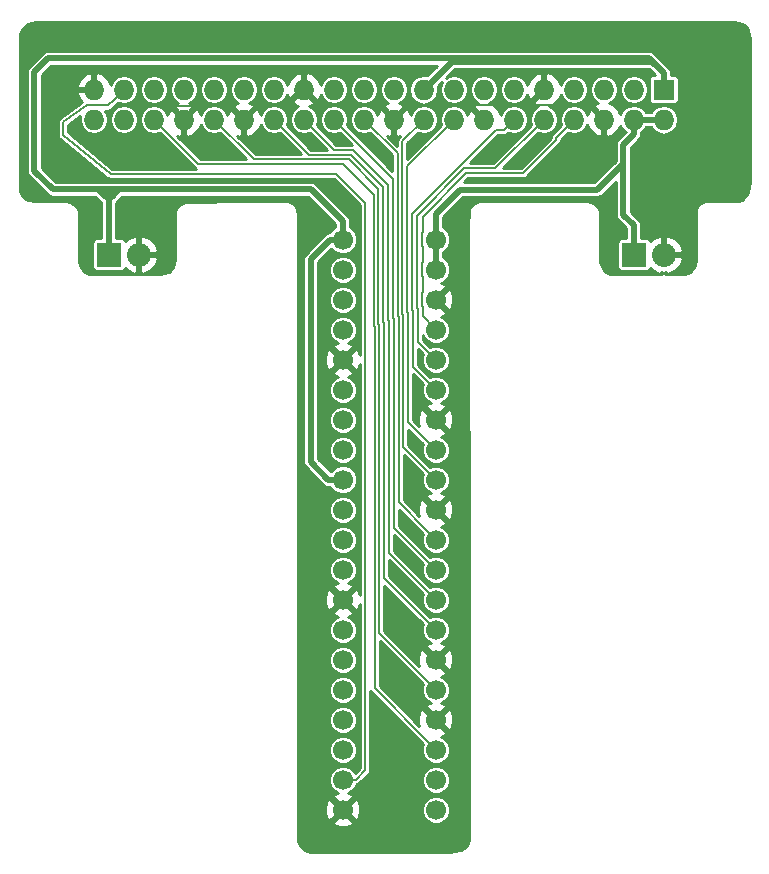
<source format=gbr>
G04 #@! TF.FileFunction,Copper,L1,Top,Signal*
%FSLAX46Y46*%
G04 Gerber Fmt 4.6, Leading zero omitted, Abs format (unit mm)*
G04 Created by KiCad (PCBNEW (2015-07-30 BZR 6023, Git cb629e0)-product) date 9/8/2015 5:12:29 PM*
%MOMM*%
G01*
G04 APERTURE LIST*
%ADD10C,0.100000*%
%ADD11C,1.700000*%
%ADD12R,1.727200X1.727200*%
%ADD13O,1.727200X1.727200*%
%ADD14R,2.032000X2.032000*%
%ADD15O,2.032000X2.032000*%
%ADD16C,0.508000*%
%ADD17C,0.203200*%
%ADD18C,0.254000*%
G04 APERTURE END LIST*
D10*
D11*
X144272000Y-71120000D03*
X152142000Y-71120000D03*
X144272000Y-73660000D03*
X152142000Y-73660000D03*
X144272000Y-76200000D03*
X152142000Y-76200000D03*
X144272000Y-78740000D03*
X152142000Y-78740000D03*
X144272000Y-81280000D03*
X152142000Y-81280000D03*
X144272000Y-83820000D03*
X152142000Y-83820000D03*
X144272000Y-86360000D03*
X152142000Y-86360000D03*
X144272000Y-88900000D03*
X152142000Y-88900000D03*
X144272000Y-91440000D03*
X152142000Y-91440000D03*
X144272000Y-93980000D03*
X152142000Y-93980000D03*
X144272000Y-96520000D03*
X152142000Y-96520000D03*
X144272000Y-99060000D03*
X152142000Y-99060000D03*
X144272000Y-101600000D03*
X152142000Y-101600000D03*
X144272000Y-104140000D03*
X152142000Y-104140000D03*
X144272000Y-106680000D03*
X152142000Y-106680000D03*
X144272000Y-109220000D03*
X152142000Y-109220000D03*
X144272000Y-111760000D03*
X152142000Y-111760000D03*
X144272000Y-114300000D03*
X152142000Y-114300000D03*
X144272000Y-116840000D03*
X152142000Y-116840000D03*
X144272000Y-119380000D03*
X152142000Y-119380000D03*
D12*
X171450000Y-58420000D03*
D13*
X171450000Y-60960000D03*
X168910000Y-58420000D03*
X168910000Y-60960000D03*
X166370000Y-58420000D03*
X166370000Y-60960000D03*
X163830000Y-58420000D03*
X163830000Y-60960000D03*
X161290000Y-58420000D03*
X161290000Y-60960000D03*
X158750000Y-58420000D03*
X158750000Y-60960000D03*
X156210000Y-58420000D03*
X156210000Y-60960000D03*
X153670000Y-58420000D03*
X153670000Y-60960000D03*
X151130000Y-58420000D03*
X151130000Y-60960000D03*
X148590000Y-58420000D03*
X148590000Y-60960000D03*
X146050000Y-58420000D03*
X146050000Y-60960000D03*
X143510000Y-58420000D03*
X143510000Y-60960000D03*
X140970000Y-58420000D03*
X140970000Y-60960000D03*
X138430000Y-58420000D03*
X138430000Y-60960000D03*
X135890000Y-58420000D03*
X135890000Y-60960000D03*
X133350000Y-58420000D03*
X133350000Y-60960000D03*
X130810000Y-58420000D03*
X130810000Y-60960000D03*
X128270000Y-58420000D03*
X128270000Y-60960000D03*
X125730000Y-58420000D03*
X125730000Y-60960000D03*
X123190000Y-58420000D03*
X123190000Y-60960000D03*
D14*
X168910000Y-72390000D03*
D15*
X171450000Y-72390000D03*
D14*
X124460000Y-72390000D03*
D15*
X127000000Y-72390000D03*
D16*
X144272000Y-91440000D02*
X143052800Y-91440000D01*
X143052800Y-91440000D02*
X141568770Y-89955970D01*
X141568770Y-89955970D02*
X141568770Y-72745600D01*
X143194370Y-71120000D02*
X144272000Y-71120000D01*
X141568770Y-72745600D02*
X143194370Y-71120000D01*
X124460000Y-70561200D02*
X124460000Y-72390000D01*
X124460000Y-70073519D02*
X124460000Y-67503039D01*
X124460000Y-70408799D02*
X124460000Y-70073519D01*
X124460000Y-70073519D02*
X124460000Y-70561200D01*
X124724159Y-66862959D02*
X125338839Y-66862959D01*
X124460000Y-67503039D02*
X124698759Y-67503039D01*
X125338839Y-66862959D02*
X141564359Y-66862959D01*
X124698759Y-67503039D02*
X125338839Y-66862959D01*
X124460000Y-67503039D02*
X124460000Y-67127118D01*
X123581159Y-66862959D02*
X124221239Y-67503039D01*
X124221239Y-67503039D02*
X124460000Y-67503039D01*
X123550679Y-66862959D02*
X124724159Y-66862959D01*
X121244359Y-66862959D02*
X123550679Y-66862959D01*
X123550679Y-66862959D02*
X123581159Y-66862959D01*
X124460000Y-70408799D02*
X124460000Y-72390000D01*
X124460000Y-70078600D02*
X124460000Y-70408799D01*
X124460000Y-67127118D02*
X124724159Y-66862959D01*
X144272000Y-69570600D02*
X144272000Y-71120000D01*
X141564359Y-66862959D02*
X144272000Y-69570600D01*
X118135400Y-65278000D02*
X119720359Y-66862959D01*
X119720359Y-66862959D02*
X121244359Y-66862959D01*
X118135400Y-56946800D02*
X118135400Y-65278000D01*
X119303800Y-55778400D02*
X118135400Y-56946800D01*
X170180000Y-55778400D02*
X119303800Y-55778400D01*
X171450000Y-58420000D02*
X171449999Y-57048399D01*
X171449999Y-57048399D02*
X170180000Y-55778400D01*
X170459400Y-56057800D02*
X153492200Y-56057800D01*
X153492200Y-56057800D02*
X151130000Y-58420000D01*
X171450000Y-58420000D02*
X171450000Y-57048400D01*
X171450000Y-57048400D02*
X170459400Y-56057800D01*
X168021000Y-64509153D02*
X168021000Y-69011800D01*
X168021000Y-64693800D02*
X165836600Y-66878200D01*
X168021000Y-63070314D02*
X168021000Y-64509153D01*
X168021000Y-64509153D02*
X168021000Y-64693800D01*
X168910000Y-60960000D02*
X168910000Y-62181314D01*
X168910000Y-62181314D02*
X168021000Y-63070314D01*
X168910000Y-69900800D02*
X168910000Y-72390000D01*
X168021000Y-69011800D02*
X168910000Y-69900800D01*
X152142000Y-71120000D02*
X152142000Y-73660000D01*
X154178000Y-66878200D02*
X152142000Y-68914200D01*
X152142000Y-68914200D02*
X152142000Y-71120000D01*
X165836600Y-66878200D02*
X154178000Y-66878200D01*
X171450000Y-60960000D02*
X168910000Y-60960000D01*
D17*
X140970000Y-58420000D02*
X140837920Y-58420000D01*
D16*
X140837920Y-58420000D02*
X139608560Y-59649360D01*
X137200640Y-59649360D02*
X135890000Y-60960000D01*
D17*
X139608560Y-59649360D02*
X137200640Y-59649360D01*
D16*
X140970000Y-58420000D02*
X142290799Y-59740799D01*
D17*
X142290799Y-59740799D02*
X144894299Y-59740799D01*
D16*
X130810000Y-60960000D02*
X129946401Y-60096401D01*
X129946401Y-60096401D02*
X129837899Y-60096401D01*
X130810000Y-60960000D02*
X131673599Y-60096401D01*
X131673599Y-60096401D02*
X132029201Y-59740799D01*
X135890000Y-60960000D02*
X134670799Y-59740799D01*
X166370000Y-60960000D02*
X165506401Y-60096401D01*
X165506401Y-60096401D02*
X165150799Y-59740799D01*
D17*
X159969201Y-59740799D02*
X160186647Y-59523353D01*
D16*
X161290000Y-58420000D02*
X160186647Y-59523353D01*
X154990799Y-59740799D02*
X156210000Y-60960000D01*
X148590000Y-60960000D02*
X147726401Y-60096401D01*
X147726401Y-60096401D02*
X147378420Y-59748420D01*
D17*
X149702405Y-59847595D02*
X149809201Y-59740799D01*
D16*
X148590000Y-60960000D02*
X149702405Y-59847595D01*
D17*
X131996180Y-59773820D02*
X129740660Y-59773820D01*
X129722880Y-59756040D02*
X129722880Y-59872880D01*
X144780000Y-58285380D02*
X144780000Y-59626500D01*
X144780000Y-59626500D02*
X144894299Y-59740799D01*
X149809201Y-59740799D02*
X165150799Y-59740799D01*
X149809201Y-59740799D02*
X159969201Y-59740799D01*
X149809201Y-59740799D02*
X154990799Y-59740799D01*
X147370799Y-59740799D02*
X147378420Y-59748420D01*
X144894299Y-59740799D02*
X147370799Y-59740799D01*
X130810000Y-60960000D02*
X131996180Y-59773820D01*
X131996180Y-59773820D02*
X132029201Y-59740799D01*
X132029201Y-59740799D02*
X134670799Y-59740799D01*
X129722880Y-59872880D02*
X129946401Y-60096401D01*
X129482297Y-59740799D02*
X129590799Y-59740799D01*
X129740660Y-59773820D02*
X129722880Y-59756040D01*
X129590799Y-59740799D02*
X129722880Y-59872880D01*
X162306568Y-62712032D02*
X162306568Y-62483432D01*
X162306568Y-62483432D02*
X163830000Y-60960000D01*
X150936399Y-76778689D02*
X150936399Y-75621311D01*
X150936399Y-74238689D02*
X150936399Y-73081311D01*
X152142000Y-78740000D02*
X151024399Y-77622399D01*
X151024399Y-77622399D02*
X151024399Y-76866689D01*
X151024399Y-76866689D02*
X150936399Y-76778689D01*
X150936399Y-75621311D02*
X151024399Y-75533311D01*
X151024399Y-75533311D02*
X151024399Y-74326689D01*
X151024399Y-74326689D02*
X150936399Y-74238689D01*
X151024399Y-71786689D02*
X150936399Y-71698689D01*
X151024399Y-70453311D02*
X151024399Y-69169683D01*
X150936399Y-73081311D02*
X151024399Y-72993311D01*
X151024399Y-72993311D02*
X151024399Y-71786689D01*
X150936399Y-71698689D02*
X150936399Y-70541311D01*
X150936399Y-70541311D02*
X151024399Y-70453311D01*
X151024399Y-69169683D02*
X154712882Y-65481200D01*
X154712882Y-65481200D02*
X159549123Y-65481200D01*
X159549123Y-65481200D02*
X159549123Y-65469477D01*
X159549123Y-65469477D02*
X162306568Y-62712032D01*
X150529989Y-76947029D02*
X150617989Y-77035029D01*
X150617989Y-77035029D02*
X150617989Y-79755989D01*
X154544542Y-65074790D02*
X150529989Y-69089343D01*
X150529989Y-69089343D02*
X150529989Y-76947029D01*
X161290000Y-60960000D02*
X157175210Y-65074790D01*
X151292001Y-80430001D02*
X152142000Y-81280000D01*
X150617989Y-79755989D02*
X151292001Y-80430001D01*
X157175210Y-65074790D02*
X154544542Y-65074790D01*
X157886401Y-61823599D02*
X157220983Y-61823599D01*
X151292001Y-82970001D02*
X152142000Y-83820000D01*
X150123580Y-68921002D02*
X150123580Y-77115370D01*
X150211579Y-77203369D02*
X150211579Y-81889579D01*
X158750000Y-60960000D02*
X157886401Y-61823599D01*
X157220983Y-61823599D02*
X150123580Y-68921002D01*
X150211579Y-81889579D02*
X151292001Y-82970001D01*
X150123580Y-77115370D02*
X150211579Y-77203369D01*
X149805169Y-86563169D02*
X151292001Y-88050001D01*
X149717171Y-64912829D02*
X149717171Y-77283711D01*
X151292001Y-88050001D02*
X152142000Y-88900000D01*
X149805169Y-77371709D02*
X149805169Y-86563169D01*
X153670000Y-60960000D02*
X149717171Y-64912829D01*
X149717171Y-77283711D02*
X149805169Y-77371709D01*
X149310762Y-62779238D02*
X149310762Y-77452052D01*
X149398759Y-77540049D02*
X149398760Y-88696760D01*
X149310762Y-77452052D02*
X149398759Y-77540049D01*
X151292001Y-90590001D02*
X152142000Y-91440000D01*
X151130000Y-60960000D02*
X149310762Y-62779238D01*
X149398760Y-88696760D02*
X151292001Y-90590001D01*
X148904353Y-63814353D02*
X148904353Y-77620393D01*
X148904353Y-77620393D02*
X148992350Y-77708390D01*
X148992350Y-93370350D02*
X151292001Y-95670001D01*
X151292001Y-95670001D02*
X152142000Y-96520000D01*
X146050000Y-60960000D02*
X148904353Y-63814353D01*
X148992350Y-77708390D02*
X148992350Y-93370350D01*
X148585940Y-77876730D02*
X148585940Y-95503940D01*
X151292001Y-98210001D02*
X152142000Y-99060000D01*
X148497944Y-65947944D02*
X148497944Y-77788734D01*
X148585940Y-95503940D02*
X151292001Y-98210001D01*
X143510000Y-60960000D02*
X148497944Y-65947944D01*
X148497944Y-77788734D02*
X148585940Y-77876730D01*
X151292001Y-100750001D02*
X152142000Y-101600000D01*
X148179530Y-97637530D02*
X151292001Y-100750001D01*
X148091535Y-77957075D02*
X148179530Y-78045070D01*
X140970000Y-60960000D02*
X143530675Y-63520675D01*
X148091535Y-66455935D02*
X148091535Y-77957075D01*
X143530675Y-63520675D02*
X145156275Y-63520675D01*
X148179530Y-78045070D02*
X148179530Y-97637530D01*
X145156275Y-63520675D02*
X148091535Y-66455935D01*
X147685126Y-66624276D02*
X147685126Y-78125416D01*
X151292001Y-103290001D02*
X152142000Y-104140000D01*
X147685126Y-78125416D02*
X147773120Y-78213410D01*
X141397085Y-63927085D02*
X144987935Y-63927085D01*
X138430000Y-60960000D02*
X141397085Y-63927085D01*
X144987935Y-63927085D02*
X147685126Y-66624276D01*
X147773120Y-78213410D02*
X147773120Y-99771120D01*
X147773120Y-99771120D02*
X151292001Y-103290001D01*
X147278709Y-66792609D02*
X147278709Y-74442964D01*
X151292001Y-108370001D02*
X152142000Y-109220000D01*
X133350000Y-60960000D02*
X136723495Y-64333495D01*
X144819595Y-64333495D02*
X147278709Y-66792609D01*
X147366710Y-78381750D02*
X147366710Y-104444710D01*
X147366710Y-104444710D02*
X151292001Y-108370001D01*
X136723495Y-64333495D02*
X144819595Y-64333495D01*
X147278709Y-74442964D02*
X147278716Y-74997879D01*
X147278716Y-78293756D02*
X147366710Y-78381750D01*
X147278716Y-74997879D02*
X147278716Y-78293756D01*
X151292001Y-113450001D02*
X152142000Y-114300000D01*
X146960300Y-109118300D02*
X151292001Y-113450001D01*
X146872307Y-78462097D02*
X146960300Y-78550090D01*
X146872303Y-74611308D02*
X146872306Y-74888766D01*
X146872303Y-67319503D02*
X146872303Y-74611308D01*
X144292705Y-64739905D02*
X146872303Y-67319503D01*
X132049905Y-64739905D02*
X144292705Y-64739905D01*
X128270000Y-60960000D02*
X132049905Y-64739905D01*
X146960300Y-78550090D02*
X146960300Y-109118300D01*
X146872306Y-74888766D02*
X146872307Y-78462097D01*
X144272000Y-116840000D02*
X145349630Y-116840000D01*
X145349630Y-116840000D02*
X146147480Y-116042150D01*
X146147480Y-116042150D02*
X146147480Y-67982230D01*
X146147480Y-67982230D02*
X143717975Y-65552725D01*
X124393959Y-59756041D02*
X124866401Y-59283599D01*
X143717975Y-65552725D02*
X124617174Y-65552724D01*
X124617174Y-65552724D02*
X120573800Y-62255400D01*
X120573800Y-62255400D02*
X120573800Y-61186566D01*
X120573800Y-61186566D02*
X122595452Y-59756041D01*
X122595452Y-59756041D02*
X124393959Y-59756041D01*
X124866401Y-59283599D02*
X125730000Y-58420000D01*
D18*
G36*
X178066962Y-52848184D02*
X178400186Y-53048118D01*
X178549179Y-53362658D01*
X178715620Y-54097785D01*
X178726585Y-57825872D01*
X178726585Y-66268449D01*
X178588028Y-67075425D01*
X178516102Y-67276817D01*
X178146986Y-67693376D01*
X178140063Y-67697573D01*
X178042130Y-67744608D01*
X177939151Y-67782155D01*
X177831546Y-67809690D01*
X177719694Y-67826675D01*
X177594286Y-67832957D01*
X175335780Y-67832957D01*
X175335590Y-67832995D01*
X175335399Y-67832957D01*
X175206779Y-67833087D01*
X175188415Y-67836759D01*
X175169774Y-67834945D01*
X175055364Y-67846347D01*
X175035211Y-67852486D01*
X175014150Y-67852774D01*
X174913133Y-67874308D01*
X174891665Y-67883546D01*
X174868513Y-67886729D01*
X174780079Y-67917313D01*
X174758346Y-67930026D01*
X174734071Y-67936723D01*
X174657400Y-67975238D01*
X174636688Y-67991375D01*
X174612583Y-68001778D01*
X174546859Y-68047108D01*
X174528480Y-68066037D01*
X174505937Y-68079746D01*
X174450345Y-68130786D01*
X174435285Y-68151367D01*
X174415465Y-68167416D01*
X174369189Y-68223054D01*
X174357830Y-68243973D01*
X174341346Y-68261147D01*
X174303571Y-68320269D01*
X174295718Y-68340385D01*
X174282624Y-68357559D01*
X174252533Y-68419058D01*
X174247631Y-68437581D01*
X174237604Y-68453907D01*
X174214377Y-68516671D01*
X174211730Y-68533275D01*
X174204226Y-68548322D01*
X174187067Y-68611240D01*
X174186055Y-68625691D01*
X174180593Y-68639106D01*
X174168655Y-68701065D01*
X174168730Y-68713606D01*
X174164773Y-68725506D01*
X174157266Y-68785400D01*
X174158027Y-68796007D01*
X174155238Y-68806269D01*
X174151315Y-68862982D01*
X174152469Y-68872000D01*
X174150503Y-68880881D01*
X174149374Y-68933304D01*
X174150092Y-68937372D01*
X174149287Y-68941421D01*
X174149287Y-72894647D01*
X174147064Y-72938876D01*
X174111267Y-73189452D01*
X174098444Y-73239534D01*
X174060871Y-73342541D01*
X174013789Y-73440536D01*
X173957721Y-73533000D01*
X173935684Y-73562503D01*
X173877846Y-73636278D01*
X173820810Y-73699056D01*
X173741131Y-73771446D01*
X173654763Y-73835958D01*
X173562304Y-73892024D01*
X173464313Y-73939104D01*
X173361292Y-73976681D01*
X173253693Y-74004231D01*
X173141809Y-74021219D01*
X173016411Y-74027523D01*
X171577002Y-74027523D01*
X171577002Y-73876837D01*
X171832944Y-73995975D01*
X172314818Y-73796385D01*
X172787188Y-73358379D01*
X173055983Y-72772946D01*
X172937367Y-72517000D01*
X171577000Y-72517000D01*
X171577000Y-72537000D01*
X171323000Y-72537000D01*
X171323000Y-72517000D01*
X171303000Y-72517000D01*
X171303000Y-72263000D01*
X171323000Y-72263000D01*
X171323000Y-70903164D01*
X171577000Y-70903164D01*
X171577000Y-72263000D01*
X172937367Y-72263000D01*
X173055983Y-72007054D01*
X172787188Y-71421621D01*
X172314818Y-70983615D01*
X171832944Y-70784025D01*
X171577000Y-70903164D01*
X171323000Y-70903164D01*
X171067056Y-70784025D01*
X170585182Y-70983615D01*
X170292137Y-71255342D01*
X170287897Y-71232810D01*
X170204454Y-71103135D01*
X170077134Y-71016141D01*
X169926000Y-70985536D01*
X169545000Y-70985536D01*
X169545000Y-69900800D01*
X169496664Y-69657796D01*
X169359013Y-69451787D01*
X168656000Y-68748774D01*
X168656000Y-63333340D01*
X169359013Y-62630327D01*
X169496664Y-62424318D01*
X169545000Y-62181314D01*
X169545000Y-62028195D01*
X169790065Y-61864448D01*
X169970104Y-61595000D01*
X170389896Y-61595000D01*
X170569935Y-61864448D01*
X170973712Y-62134243D01*
X171450000Y-62228983D01*
X171926288Y-62134243D01*
X172330065Y-61864448D01*
X172599860Y-61460671D01*
X172694600Y-60984383D01*
X172694600Y-60935617D01*
X172599860Y-60459329D01*
X172330065Y-60055552D01*
X171926288Y-59785757D01*
X171450000Y-59691017D01*
X170973712Y-59785757D01*
X170569935Y-60055552D01*
X170389896Y-60325000D01*
X169970104Y-60325000D01*
X169790065Y-60055552D01*
X169386288Y-59785757D01*
X168910000Y-59691017D01*
X168433712Y-59785757D01*
X168029935Y-60055552D01*
X167760140Y-60459329D01*
X167759676Y-60461662D01*
X167576821Y-60071510D01*
X167144947Y-59677312D01*
X166827546Y-59545848D01*
X167214144Y-59287532D01*
X167472927Y-58900235D01*
X167563800Y-58443388D01*
X167563800Y-58396612D01*
X167716200Y-58396612D01*
X167716200Y-58443388D01*
X167807073Y-58900235D01*
X168065856Y-59287532D01*
X168453153Y-59546315D01*
X168910000Y-59637188D01*
X169366847Y-59546315D01*
X169754144Y-59287532D01*
X170012927Y-58900235D01*
X170103800Y-58443388D01*
X170103800Y-58396612D01*
X170012927Y-57939765D01*
X169754144Y-57552468D01*
X169366847Y-57293685D01*
X168910000Y-57202812D01*
X168453153Y-57293685D01*
X168065856Y-57552468D01*
X167807073Y-57939765D01*
X167716200Y-58396612D01*
X167563800Y-58396612D01*
X167472927Y-57939765D01*
X167214144Y-57552468D01*
X166826847Y-57293685D01*
X166370000Y-57202812D01*
X165913153Y-57293685D01*
X165525856Y-57552468D01*
X165267073Y-57939765D01*
X165176200Y-58396612D01*
X165176200Y-58443388D01*
X165267073Y-58900235D01*
X165525856Y-59287532D01*
X165912454Y-59545848D01*
X165595053Y-59677312D01*
X165163179Y-60071510D01*
X164944521Y-60538053D01*
X164932927Y-60479765D01*
X164674144Y-60092468D01*
X164286847Y-59833685D01*
X163830000Y-59742812D01*
X163373153Y-59833685D01*
X162985856Y-60092468D01*
X162727073Y-60479765D01*
X162636200Y-60936612D01*
X162636200Y-60983388D01*
X162727073Y-61440235D01*
X162731893Y-61447449D01*
X162001239Y-62178103D01*
X161907637Y-62318189D01*
X161874768Y-62483432D01*
X161874768Y-62533174D01*
X159358542Y-65049400D01*
X157811258Y-65049400D01*
X160797899Y-62062759D01*
X160833153Y-62086315D01*
X161290000Y-62177188D01*
X161746847Y-62086315D01*
X162134144Y-61827532D01*
X162392927Y-61440235D01*
X162483800Y-60983388D01*
X162483800Y-60936612D01*
X162392927Y-60479765D01*
X162134144Y-60092468D01*
X161747546Y-59834152D01*
X162064947Y-59702688D01*
X162496821Y-59308490D01*
X162715479Y-58841947D01*
X162727073Y-58900235D01*
X162985856Y-59287532D01*
X163373153Y-59546315D01*
X163830000Y-59637188D01*
X164286847Y-59546315D01*
X164674144Y-59287532D01*
X164932927Y-58900235D01*
X165023800Y-58443388D01*
X165023800Y-58396612D01*
X164932927Y-57939765D01*
X164674144Y-57552468D01*
X164286847Y-57293685D01*
X163830000Y-57202812D01*
X163373153Y-57293685D01*
X162985856Y-57552468D01*
X162727073Y-57939765D01*
X162715479Y-57998053D01*
X162496821Y-57531510D01*
X162064947Y-57137312D01*
X161649026Y-56965042D01*
X161417000Y-57086183D01*
X161417000Y-58293000D01*
X161437000Y-58293000D01*
X161437000Y-58547000D01*
X161417000Y-58547000D01*
X161417000Y-58567000D01*
X161163000Y-58567000D01*
X161163000Y-58547000D01*
X161143000Y-58547000D01*
X161143000Y-58293000D01*
X161163000Y-58293000D01*
X161163000Y-57086183D01*
X160930974Y-56965042D01*
X160515053Y-57137312D01*
X160083179Y-57531510D01*
X159864521Y-57998053D01*
X159852927Y-57939765D01*
X159594144Y-57552468D01*
X159206847Y-57293685D01*
X158750000Y-57202812D01*
X158293153Y-57293685D01*
X157905856Y-57552468D01*
X157647073Y-57939765D01*
X157556200Y-58396612D01*
X157556200Y-58443388D01*
X157647073Y-58900235D01*
X157905856Y-59287532D01*
X158293153Y-59546315D01*
X158750000Y-59637188D01*
X159206847Y-59546315D01*
X159594144Y-59287532D01*
X159852927Y-58900235D01*
X159864521Y-58841947D01*
X160083179Y-59308490D01*
X160515053Y-59702688D01*
X160832454Y-59834152D01*
X160445856Y-60092468D01*
X160187073Y-60479765D01*
X160096200Y-60936612D01*
X160096200Y-60983388D01*
X160187073Y-61440235D01*
X160191893Y-61447449D01*
X156996352Y-64642990D01*
X155012249Y-64642990D01*
X157399840Y-62255399D01*
X157886401Y-62255399D01*
X158051644Y-62222530D01*
X158191730Y-62128928D01*
X158257899Y-62062759D01*
X158293153Y-62086315D01*
X158750000Y-62177188D01*
X159206847Y-62086315D01*
X159594144Y-61827532D01*
X159852927Y-61440235D01*
X159943800Y-60983388D01*
X159943800Y-60936612D01*
X159852927Y-60479765D01*
X159594144Y-60092468D01*
X159206847Y-59833685D01*
X158750000Y-59742812D01*
X158293153Y-59833685D01*
X157905856Y-60092468D01*
X157647073Y-60479765D01*
X157635479Y-60538053D01*
X157416821Y-60071510D01*
X156984947Y-59677312D01*
X156667546Y-59545848D01*
X157054144Y-59287532D01*
X157312927Y-58900235D01*
X157403800Y-58443388D01*
X157403800Y-58396612D01*
X157312927Y-57939765D01*
X157054144Y-57552468D01*
X156666847Y-57293685D01*
X156210000Y-57202812D01*
X155753153Y-57293685D01*
X155365856Y-57552468D01*
X155107073Y-57939765D01*
X155016200Y-58396612D01*
X155016200Y-58443388D01*
X155107073Y-58900235D01*
X155365856Y-59287532D01*
X155752454Y-59545848D01*
X155435053Y-59677312D01*
X155003179Y-60071510D01*
X154784521Y-60538053D01*
X154772927Y-60479765D01*
X154514144Y-60092468D01*
X154126847Y-59833685D01*
X153670000Y-59742812D01*
X153213153Y-59833685D01*
X152825856Y-60092468D01*
X152567073Y-60479765D01*
X152476200Y-60936612D01*
X152476200Y-60983388D01*
X152567073Y-61440235D01*
X152571893Y-61447449D01*
X149742562Y-64276780D01*
X149742562Y-62958096D01*
X150637899Y-62062759D01*
X150673153Y-62086315D01*
X151130000Y-62177188D01*
X151586847Y-62086315D01*
X151974144Y-61827532D01*
X152232927Y-61440235D01*
X152323800Y-60983388D01*
X152323800Y-60936612D01*
X152232927Y-60479765D01*
X151974144Y-60092468D01*
X151586847Y-59833685D01*
X151130000Y-59742812D01*
X150673153Y-59833685D01*
X150285856Y-60092468D01*
X150027073Y-60479765D01*
X150015479Y-60538053D01*
X149796821Y-60071510D01*
X149364947Y-59677312D01*
X149047546Y-59545848D01*
X149434144Y-59287532D01*
X149692927Y-58900235D01*
X149783800Y-58443388D01*
X149783800Y-58396612D01*
X149692927Y-57939765D01*
X149434144Y-57552468D01*
X149046847Y-57293685D01*
X148590000Y-57202812D01*
X148133153Y-57293685D01*
X147745856Y-57552468D01*
X147487073Y-57939765D01*
X147396200Y-58396612D01*
X147396200Y-58443388D01*
X147487073Y-58900235D01*
X147745856Y-59287532D01*
X148132454Y-59545848D01*
X147815053Y-59677312D01*
X147383179Y-60071510D01*
X147164521Y-60538053D01*
X147152927Y-60479765D01*
X146894144Y-60092468D01*
X146506847Y-59833685D01*
X146050000Y-59742812D01*
X145593153Y-59833685D01*
X145205856Y-60092468D01*
X144947073Y-60479765D01*
X144856200Y-60936612D01*
X144856200Y-60983388D01*
X144947073Y-61440235D01*
X145205856Y-61827532D01*
X145593153Y-62086315D01*
X146050000Y-62177188D01*
X146506847Y-62086315D01*
X146542101Y-62062759D01*
X148472553Y-63993211D01*
X148472553Y-65311895D01*
X144608107Y-61447449D01*
X144612927Y-61440235D01*
X144703800Y-60983388D01*
X144703800Y-60936612D01*
X144612927Y-60479765D01*
X144354144Y-60092468D01*
X143966847Y-59833685D01*
X143510000Y-59742812D01*
X143053153Y-59833685D01*
X142665856Y-60092468D01*
X142407073Y-60479765D01*
X142316200Y-60936612D01*
X142316200Y-60983388D01*
X142407073Y-61440235D01*
X142665856Y-61827532D01*
X143053153Y-62086315D01*
X143510000Y-62177188D01*
X143966847Y-62086315D01*
X144002101Y-62062759D01*
X145028217Y-63088875D01*
X143709532Y-63088875D01*
X142068107Y-61447449D01*
X142072927Y-61440235D01*
X142163800Y-60983388D01*
X142163800Y-60936612D01*
X142072927Y-60479765D01*
X141814144Y-60092468D01*
X141427546Y-59834152D01*
X141744947Y-59702688D01*
X142176821Y-59308490D01*
X142395479Y-58841947D01*
X142407073Y-58900235D01*
X142665856Y-59287532D01*
X143053153Y-59546315D01*
X143510000Y-59637188D01*
X143966847Y-59546315D01*
X144354144Y-59287532D01*
X144612927Y-58900235D01*
X144703800Y-58443388D01*
X144703800Y-58396612D01*
X144856200Y-58396612D01*
X144856200Y-58443388D01*
X144947073Y-58900235D01*
X145205856Y-59287532D01*
X145593153Y-59546315D01*
X146050000Y-59637188D01*
X146506847Y-59546315D01*
X146894144Y-59287532D01*
X147152927Y-58900235D01*
X147243800Y-58443388D01*
X147243800Y-58396612D01*
X147152927Y-57939765D01*
X146894144Y-57552468D01*
X146506847Y-57293685D01*
X146050000Y-57202812D01*
X145593153Y-57293685D01*
X145205856Y-57552468D01*
X144947073Y-57939765D01*
X144856200Y-58396612D01*
X144703800Y-58396612D01*
X144612927Y-57939765D01*
X144354144Y-57552468D01*
X143966847Y-57293685D01*
X143510000Y-57202812D01*
X143053153Y-57293685D01*
X142665856Y-57552468D01*
X142407073Y-57939765D01*
X142395479Y-57998053D01*
X142176821Y-57531510D01*
X141744947Y-57137312D01*
X141329026Y-56965042D01*
X141097000Y-57086183D01*
X141097000Y-58293000D01*
X141117000Y-58293000D01*
X141117000Y-58547000D01*
X141097000Y-58547000D01*
X141097000Y-58567000D01*
X140843000Y-58567000D01*
X140843000Y-58547000D01*
X140823000Y-58547000D01*
X140823000Y-58293000D01*
X140843000Y-58293000D01*
X140843000Y-57086183D01*
X140610974Y-56965042D01*
X140195053Y-57137312D01*
X139763179Y-57531510D01*
X139544521Y-57998053D01*
X139532927Y-57939765D01*
X139274144Y-57552468D01*
X138886847Y-57293685D01*
X138430000Y-57202812D01*
X137973153Y-57293685D01*
X137585856Y-57552468D01*
X137327073Y-57939765D01*
X137236200Y-58396612D01*
X137236200Y-58443388D01*
X137327073Y-58900235D01*
X137585856Y-59287532D01*
X137973153Y-59546315D01*
X138430000Y-59637188D01*
X138886847Y-59546315D01*
X139274144Y-59287532D01*
X139532927Y-58900235D01*
X139544521Y-58841947D01*
X139763179Y-59308490D01*
X140195053Y-59702688D01*
X140512454Y-59834152D01*
X140125856Y-60092468D01*
X139867073Y-60479765D01*
X139776200Y-60936612D01*
X139776200Y-60983388D01*
X139867073Y-61440235D01*
X140125856Y-61827532D01*
X140513153Y-62086315D01*
X140970000Y-62177188D01*
X141426847Y-62086315D01*
X141462101Y-62062759D01*
X142894628Y-63495285D01*
X141575943Y-63495285D01*
X139528107Y-61447449D01*
X139532927Y-61440235D01*
X139623800Y-60983388D01*
X139623800Y-60936612D01*
X139532927Y-60479765D01*
X139274144Y-60092468D01*
X138886847Y-59833685D01*
X138430000Y-59742812D01*
X137973153Y-59833685D01*
X137585856Y-60092468D01*
X137327073Y-60479765D01*
X137315479Y-60538053D01*
X137096821Y-60071510D01*
X136664947Y-59677312D01*
X136347546Y-59545848D01*
X136734144Y-59287532D01*
X136992927Y-58900235D01*
X137083800Y-58443388D01*
X137083800Y-58396612D01*
X136992927Y-57939765D01*
X136734144Y-57552468D01*
X136346847Y-57293685D01*
X135890000Y-57202812D01*
X135433153Y-57293685D01*
X135045856Y-57552468D01*
X134787073Y-57939765D01*
X134696200Y-58396612D01*
X134696200Y-58443388D01*
X134787073Y-58900235D01*
X135045856Y-59287532D01*
X135432454Y-59545848D01*
X135115053Y-59677312D01*
X134683179Y-60071510D01*
X134464521Y-60538053D01*
X134452927Y-60479765D01*
X134194144Y-60092468D01*
X133806847Y-59833685D01*
X133350000Y-59742812D01*
X132893153Y-59833685D01*
X132505856Y-60092468D01*
X132247073Y-60479765D01*
X132235479Y-60538053D01*
X132016821Y-60071510D01*
X131584947Y-59677312D01*
X131267546Y-59545848D01*
X131654144Y-59287532D01*
X131912927Y-58900235D01*
X132003800Y-58443388D01*
X132003800Y-58396612D01*
X132156200Y-58396612D01*
X132156200Y-58443388D01*
X132247073Y-58900235D01*
X132505856Y-59287532D01*
X132893153Y-59546315D01*
X133350000Y-59637188D01*
X133806847Y-59546315D01*
X134194144Y-59287532D01*
X134452927Y-58900235D01*
X134543800Y-58443388D01*
X134543800Y-58396612D01*
X134452927Y-57939765D01*
X134194144Y-57552468D01*
X133806847Y-57293685D01*
X133350000Y-57202812D01*
X132893153Y-57293685D01*
X132505856Y-57552468D01*
X132247073Y-57939765D01*
X132156200Y-58396612D01*
X132003800Y-58396612D01*
X131912927Y-57939765D01*
X131654144Y-57552468D01*
X131266847Y-57293685D01*
X130810000Y-57202812D01*
X130353153Y-57293685D01*
X129965856Y-57552468D01*
X129707073Y-57939765D01*
X129616200Y-58396612D01*
X129616200Y-58443388D01*
X129707073Y-58900235D01*
X129965856Y-59287532D01*
X130352454Y-59545848D01*
X130035053Y-59677312D01*
X129603179Y-60071510D01*
X129384521Y-60538053D01*
X129372927Y-60479765D01*
X129114144Y-60092468D01*
X128726847Y-59833685D01*
X128270000Y-59742812D01*
X127813153Y-59833685D01*
X127425856Y-60092468D01*
X127167073Y-60479765D01*
X127076200Y-60936612D01*
X127076200Y-60983388D01*
X127167073Y-61440235D01*
X127425856Y-61827532D01*
X127813153Y-62086315D01*
X128270000Y-62177188D01*
X128726847Y-62086315D01*
X128762101Y-62062759D01*
X131744576Y-65045234D01*
X131857855Y-65120924D01*
X124770918Y-65120924D01*
X121005600Y-62050352D01*
X121005600Y-61409992D01*
X122048882Y-60671763D01*
X121996200Y-60936612D01*
X121996200Y-60983388D01*
X122087073Y-61440235D01*
X122345856Y-61827532D01*
X122733153Y-62086315D01*
X123190000Y-62177188D01*
X123646847Y-62086315D01*
X124034144Y-61827532D01*
X124292927Y-61440235D01*
X124383800Y-60983388D01*
X124383800Y-60936612D01*
X124536200Y-60936612D01*
X124536200Y-60983388D01*
X124627073Y-61440235D01*
X124885856Y-61827532D01*
X125273153Y-62086315D01*
X125730000Y-62177188D01*
X126186847Y-62086315D01*
X126574144Y-61827532D01*
X126832927Y-61440235D01*
X126923800Y-60983388D01*
X126923800Y-60936612D01*
X126832927Y-60479765D01*
X126574144Y-60092468D01*
X126186847Y-59833685D01*
X125730000Y-59742812D01*
X125273153Y-59833685D01*
X124885856Y-60092468D01*
X124627073Y-60479765D01*
X124536200Y-60936612D01*
X124383800Y-60936612D01*
X124292927Y-60479765D01*
X124097870Y-60187841D01*
X124393959Y-60187841D01*
X124559202Y-60154972D01*
X124699288Y-60061370D01*
X125237899Y-59522759D01*
X125273153Y-59546315D01*
X125730000Y-59637188D01*
X126186847Y-59546315D01*
X126574144Y-59287532D01*
X126832927Y-58900235D01*
X126923800Y-58443388D01*
X126923800Y-58396612D01*
X127076200Y-58396612D01*
X127076200Y-58443388D01*
X127167073Y-58900235D01*
X127425856Y-59287532D01*
X127813153Y-59546315D01*
X128270000Y-59637188D01*
X128726847Y-59546315D01*
X129114144Y-59287532D01*
X129372927Y-58900235D01*
X129463800Y-58443388D01*
X129463800Y-58396612D01*
X129372927Y-57939765D01*
X129114144Y-57552468D01*
X128726847Y-57293685D01*
X128270000Y-57202812D01*
X127813153Y-57293685D01*
X127425856Y-57552468D01*
X127167073Y-57939765D01*
X127076200Y-58396612D01*
X126923800Y-58396612D01*
X126832927Y-57939765D01*
X126574144Y-57552468D01*
X126186847Y-57293685D01*
X125730000Y-57202812D01*
X125273153Y-57293685D01*
X124885856Y-57552468D01*
X124627073Y-57939765D01*
X124615479Y-57998053D01*
X124396821Y-57531510D01*
X123964947Y-57137312D01*
X123549026Y-56965042D01*
X123317000Y-57086183D01*
X123317000Y-58293000D01*
X123337000Y-58293000D01*
X123337000Y-58547000D01*
X123317000Y-58547000D01*
X123317000Y-58567000D01*
X123063000Y-58567000D01*
X123063000Y-58547000D01*
X121855531Y-58547000D01*
X121735032Y-58779027D01*
X121983179Y-59308490D01*
X122200308Y-59506677D01*
X120324384Y-60834085D01*
X120299070Y-60860791D01*
X120268471Y-60881237D01*
X120241667Y-60921353D01*
X120208481Y-60956364D01*
X120195314Y-60990725D01*
X120174869Y-61021323D01*
X120165458Y-61068637D01*
X120148194Y-61113688D01*
X120149179Y-61150475D01*
X120142000Y-61186566D01*
X120142000Y-62255400D01*
X120146310Y-62277068D01*
X120144213Y-62299060D01*
X120162622Y-62359075D01*
X120174869Y-62420643D01*
X120187142Y-62439012D01*
X120193621Y-62460132D01*
X120233594Y-62508532D01*
X120268471Y-62560729D01*
X120286841Y-62573003D01*
X120300908Y-62590036D01*
X124344282Y-65887360D01*
X124399735Y-65916779D01*
X124451931Y-65951655D01*
X124473598Y-65955965D01*
X124493115Y-65966319D01*
X124555612Y-65972278D01*
X124617174Y-65984524D01*
X143539117Y-65984525D01*
X145715680Y-68161088D01*
X145715680Y-80854240D01*
X145567259Y-80495920D01*
X145315958Y-80415647D01*
X144451605Y-81280000D01*
X145315958Y-82144353D01*
X145567259Y-82064080D01*
X145715680Y-81654930D01*
X145715680Y-101174240D01*
X145567259Y-100815920D01*
X145315958Y-100735647D01*
X144451605Y-101600000D01*
X145315958Y-102464353D01*
X145567259Y-102384080D01*
X145715680Y-101974930D01*
X145715680Y-115863292D01*
X145312147Y-116266825D01*
X145273108Y-116172344D01*
X144941402Y-115840059D01*
X144507786Y-115660006D01*
X144038274Y-115659596D01*
X143604344Y-115838892D01*
X143272059Y-116170598D01*
X143092006Y-116604214D01*
X143091596Y-117073726D01*
X143270892Y-117507656D01*
X143602598Y-117839941D01*
X143840465Y-117938712D01*
X143487920Y-118084741D01*
X143407647Y-118336042D01*
X144272000Y-119200395D01*
X145136353Y-118336042D01*
X145056080Y-118084741D01*
X144680102Y-117948353D01*
X144939656Y-117841108D01*
X145271941Y-117509402D01*
X145372490Y-117267253D01*
X145514873Y-117238931D01*
X145654959Y-117145329D01*
X145726562Y-117073726D01*
X150961596Y-117073726D01*
X151140892Y-117507656D01*
X151472598Y-117839941D01*
X151906214Y-118019994D01*
X152375726Y-118020404D01*
X152809656Y-117841108D01*
X153141941Y-117509402D01*
X153321994Y-117075786D01*
X153322404Y-116606274D01*
X153143108Y-116172344D01*
X152811402Y-115840059D01*
X152377786Y-115660006D01*
X151908274Y-115659596D01*
X151474344Y-115838892D01*
X151142059Y-116170598D01*
X150962006Y-116604214D01*
X150961596Y-117073726D01*
X145726562Y-117073726D01*
X146452809Y-116347479D01*
X146546411Y-116207393D01*
X146579280Y-116042150D01*
X146579280Y-109310349D01*
X146629322Y-109385242D01*
X146654971Y-109423629D01*
X150986670Y-113755327D01*
X150986672Y-113755330D01*
X151059871Y-113828529D01*
X150962006Y-114064214D01*
X150961596Y-114533726D01*
X151140892Y-114967656D01*
X151472598Y-115299941D01*
X151906214Y-115479994D01*
X152375726Y-115480404D01*
X152809656Y-115301108D01*
X153141941Y-114969402D01*
X153321994Y-114535786D01*
X153322404Y-114066274D01*
X153143108Y-113632344D01*
X152811402Y-113300059D01*
X152573535Y-113201288D01*
X152926080Y-113055259D01*
X153006353Y-112803958D01*
X152142000Y-111939605D01*
X152127858Y-111953748D01*
X151948253Y-111774143D01*
X151962395Y-111760000D01*
X152321605Y-111760000D01*
X153185958Y-112624353D01*
X153437259Y-112544080D01*
X153638718Y-111988721D01*
X153612315Y-111398542D01*
X153437259Y-110975920D01*
X153185958Y-110895647D01*
X152321605Y-111760000D01*
X151962395Y-111760000D01*
X151098042Y-110895647D01*
X150846741Y-110975920D01*
X150645282Y-111531279D01*
X150671685Y-112121458D01*
X150740677Y-112288020D01*
X147392100Y-108939442D01*
X147392100Y-105080758D01*
X151059871Y-108748529D01*
X150962006Y-108984214D01*
X150961596Y-109453726D01*
X151140892Y-109887656D01*
X151472598Y-110219941D01*
X151710465Y-110318712D01*
X151357920Y-110464741D01*
X151277647Y-110716042D01*
X152142000Y-111580395D01*
X153006353Y-110716042D01*
X152926080Y-110464741D01*
X152550102Y-110328353D01*
X152809656Y-110221108D01*
X153141941Y-109889402D01*
X153321994Y-109455786D01*
X153322404Y-108986274D01*
X153143108Y-108552344D01*
X152811402Y-108220059D01*
X152573535Y-108121288D01*
X152926080Y-107975259D01*
X153006353Y-107723958D01*
X152142000Y-106859605D01*
X152127858Y-106873748D01*
X151948253Y-106694143D01*
X151962395Y-106680000D01*
X152321605Y-106680000D01*
X153185958Y-107544353D01*
X153437259Y-107464080D01*
X153638718Y-106908721D01*
X153612315Y-106318542D01*
X153437259Y-105895920D01*
X153185958Y-105815647D01*
X152321605Y-106680000D01*
X151962395Y-106680000D01*
X151098042Y-105815647D01*
X150846741Y-105895920D01*
X150645282Y-106451279D01*
X150671685Y-107041458D01*
X150740677Y-107208019D01*
X147798510Y-104265852D01*
X147798510Y-100407168D01*
X151059871Y-103668529D01*
X150962006Y-103904214D01*
X150961596Y-104373726D01*
X151140892Y-104807656D01*
X151472598Y-105139941D01*
X151710465Y-105238712D01*
X151357920Y-105384741D01*
X151277647Y-105636042D01*
X152142000Y-106500395D01*
X153006353Y-105636042D01*
X152926080Y-105384741D01*
X152550102Y-105248353D01*
X152809656Y-105141108D01*
X153141941Y-104809402D01*
X153321994Y-104375786D01*
X153322404Y-103906274D01*
X153143108Y-103472344D01*
X152811402Y-103140059D01*
X152377786Y-102960006D01*
X151908274Y-102959596D01*
X151670500Y-103057842D01*
X148204920Y-99592262D01*
X148204920Y-98273578D01*
X150986670Y-101055327D01*
X150986672Y-101055330D01*
X151059871Y-101128529D01*
X150962006Y-101364214D01*
X150961596Y-101833726D01*
X151140892Y-102267656D01*
X151472598Y-102599941D01*
X151906214Y-102779994D01*
X152375726Y-102780404D01*
X152809656Y-102601108D01*
X153141941Y-102269402D01*
X153321994Y-101835786D01*
X153322404Y-101366274D01*
X153143108Y-100932344D01*
X152811402Y-100600059D01*
X152377786Y-100420006D01*
X151908274Y-100419596D01*
X151670500Y-100517842D01*
X151597330Y-100444672D01*
X151597327Y-100444670D01*
X148611330Y-97458672D01*
X148611330Y-96139988D01*
X151059871Y-98588529D01*
X150962006Y-98824214D01*
X150961596Y-99293726D01*
X151140892Y-99727656D01*
X151472598Y-100059941D01*
X151906214Y-100239994D01*
X152375726Y-100240404D01*
X152809656Y-100061108D01*
X153141941Y-99729402D01*
X153321994Y-99295786D01*
X153322404Y-98826274D01*
X153143108Y-98392344D01*
X152811402Y-98060059D01*
X152377786Y-97880006D01*
X151908274Y-97879596D01*
X151670500Y-97977842D01*
X149017740Y-95325082D01*
X149017740Y-94006398D01*
X150986670Y-95975327D01*
X150986672Y-95975330D01*
X151059871Y-96048529D01*
X150962006Y-96284214D01*
X150961596Y-96753726D01*
X151140892Y-97187656D01*
X151472598Y-97519941D01*
X151906214Y-97699994D01*
X152375726Y-97700404D01*
X152809656Y-97521108D01*
X153141941Y-97189402D01*
X153321994Y-96755786D01*
X153322404Y-96286274D01*
X153143108Y-95852344D01*
X152811402Y-95520059D01*
X152573535Y-95421288D01*
X152926080Y-95275259D01*
X153006353Y-95023958D01*
X152142000Y-94159605D01*
X152127858Y-94173748D01*
X151948253Y-93994143D01*
X151962395Y-93980000D01*
X152321605Y-93980000D01*
X153185958Y-94844353D01*
X153437259Y-94764080D01*
X153638718Y-94208721D01*
X153612315Y-93618542D01*
X153437259Y-93195920D01*
X153185958Y-93115647D01*
X152321605Y-93980000D01*
X151962395Y-93980000D01*
X151098042Y-93115647D01*
X150846741Y-93195920D01*
X150645282Y-93751279D01*
X150671685Y-94341458D01*
X150740677Y-94508020D01*
X149424150Y-93191492D01*
X149424150Y-89332808D01*
X151059871Y-90968529D01*
X150962006Y-91204214D01*
X150961596Y-91673726D01*
X151140892Y-92107656D01*
X151472598Y-92439941D01*
X151710465Y-92538712D01*
X151357920Y-92684741D01*
X151277647Y-92936042D01*
X152142000Y-93800395D01*
X153006353Y-92936042D01*
X152926080Y-92684741D01*
X152550102Y-92548353D01*
X152809656Y-92441108D01*
X153141941Y-92109402D01*
X153321994Y-91675786D01*
X153322404Y-91206274D01*
X153143108Y-90772344D01*
X152811402Y-90440059D01*
X152377786Y-90260006D01*
X151908274Y-90259596D01*
X151670500Y-90357842D01*
X149830560Y-88517902D01*
X149830560Y-87199218D01*
X151059871Y-88428529D01*
X150962006Y-88664214D01*
X150961596Y-89133726D01*
X151140892Y-89567656D01*
X151472598Y-89899941D01*
X151906214Y-90079994D01*
X152375726Y-90080404D01*
X152809656Y-89901108D01*
X153141941Y-89569402D01*
X153321994Y-89135786D01*
X153322404Y-88666274D01*
X153143108Y-88232344D01*
X152811402Y-87900059D01*
X152573535Y-87801288D01*
X152926080Y-87655259D01*
X153006353Y-87403958D01*
X152142000Y-86539605D01*
X152127858Y-86553748D01*
X151948253Y-86374143D01*
X151962395Y-86360000D01*
X152321605Y-86360000D01*
X153185958Y-87224353D01*
X153437259Y-87144080D01*
X153638718Y-86588721D01*
X153612315Y-85998542D01*
X153437259Y-85575920D01*
X153185958Y-85495647D01*
X152321605Y-86360000D01*
X151962395Y-86360000D01*
X151098042Y-85495647D01*
X150846741Y-85575920D01*
X150645282Y-86131279D01*
X150671685Y-86721458D01*
X150740677Y-86888019D01*
X150236969Y-86384311D01*
X150236969Y-82525627D01*
X150986670Y-83275327D01*
X150986672Y-83275330D01*
X151059871Y-83348529D01*
X150962006Y-83584214D01*
X150961596Y-84053726D01*
X151140892Y-84487656D01*
X151472598Y-84819941D01*
X151710465Y-84918712D01*
X151357920Y-85064741D01*
X151277647Y-85316042D01*
X152142000Y-86180395D01*
X153006353Y-85316042D01*
X152926080Y-85064741D01*
X152550102Y-84928353D01*
X152809656Y-84821108D01*
X153141941Y-84489402D01*
X153321994Y-84055786D01*
X153322404Y-83586274D01*
X153143108Y-83152344D01*
X152811402Y-82820059D01*
X152377786Y-82640006D01*
X151908274Y-82639596D01*
X151670500Y-82737842D01*
X151597330Y-82664672D01*
X151597327Y-82664670D01*
X150643379Y-81710721D01*
X150643379Y-80392037D01*
X151059871Y-80808529D01*
X150962006Y-81044214D01*
X150961596Y-81513726D01*
X151140892Y-81947656D01*
X151472598Y-82279941D01*
X151906214Y-82459994D01*
X152375726Y-82460404D01*
X152809656Y-82281108D01*
X153141941Y-81949402D01*
X153321994Y-81515786D01*
X153322404Y-81046274D01*
X153143108Y-80612344D01*
X152811402Y-80280059D01*
X152377786Y-80100006D01*
X151908274Y-80099596D01*
X151670500Y-80197842D01*
X151049789Y-79577131D01*
X151049789Y-79187170D01*
X151140892Y-79407656D01*
X151472598Y-79739941D01*
X151906214Y-79919994D01*
X152375726Y-79920404D01*
X152809656Y-79741108D01*
X153141941Y-79409402D01*
X153321994Y-78975786D01*
X153322404Y-78506274D01*
X153143108Y-78072344D01*
X152811402Y-77740059D01*
X152573535Y-77641288D01*
X152926080Y-77495259D01*
X153006353Y-77243958D01*
X152142000Y-76379605D01*
X152127858Y-76393748D01*
X151948253Y-76214143D01*
X151962395Y-76200000D01*
X152321605Y-76200000D01*
X153185958Y-77064353D01*
X153437259Y-76984080D01*
X153638718Y-76428721D01*
X153612315Y-75838542D01*
X153437259Y-75415920D01*
X153185958Y-75335647D01*
X152321605Y-76200000D01*
X151962395Y-76200000D01*
X151948253Y-76185858D01*
X152127858Y-76006253D01*
X152142000Y-76020395D01*
X153006353Y-75156042D01*
X152926080Y-74904741D01*
X152620940Y-74794050D01*
X152838395Y-74704200D01*
X153184983Y-74358216D01*
X153372786Y-73905935D01*
X153373213Y-73416213D01*
X153186200Y-72963605D01*
X152840216Y-72617017D01*
X152777000Y-72590767D01*
X152777000Y-72189568D01*
X152838395Y-72164200D01*
X153184983Y-71818216D01*
X153372786Y-71365935D01*
X153373213Y-70876213D01*
X153186200Y-70423605D01*
X152840216Y-70077017D01*
X152777000Y-70050767D01*
X152777000Y-69177226D01*
X154441026Y-67513200D01*
X165836600Y-67513200D01*
X166079604Y-67464864D01*
X166285613Y-67327213D01*
X167386000Y-66226826D01*
X167386000Y-69011800D01*
X167434336Y-69254804D01*
X167571987Y-69460813D01*
X168275000Y-70163826D01*
X168275000Y-70985536D01*
X167894000Y-70985536D01*
X167752810Y-71012103D01*
X167623135Y-71095546D01*
X167536141Y-71222866D01*
X167505536Y-71374000D01*
X167505536Y-73406000D01*
X167532103Y-73547190D01*
X167615546Y-73676865D01*
X167742866Y-73763859D01*
X167894000Y-73794464D01*
X169926000Y-73794464D01*
X170067190Y-73767897D01*
X170196865Y-73684454D01*
X170283859Y-73557134D01*
X170290704Y-73523330D01*
X170585182Y-73796385D01*
X171067056Y-73995975D01*
X171322998Y-73876837D01*
X171322998Y-74027523D01*
X167193002Y-74027523D01*
X167067614Y-74021219D01*
X166955756Y-74004233D01*
X166912235Y-73993088D01*
X166539781Y-73824714D01*
X166468570Y-73771499D01*
X166388933Y-73699112D01*
X166316596Y-73619449D01*
X166268067Y-73554440D01*
X166067325Y-73022460D01*
X166066964Y-73020079D01*
X166060681Y-72894666D01*
X166060681Y-68941421D01*
X166059223Y-68934093D01*
X166060394Y-68926713D01*
X166058418Y-68876102D01*
X166054677Y-68860501D01*
X166055850Y-68844502D01*
X166049444Y-68792745D01*
X166044201Y-68776896D01*
X166043961Y-68760205D01*
X166032729Y-68707688D01*
X166025834Y-68691696D01*
X166023997Y-68674381D01*
X166007516Y-68621487D01*
X165998812Y-68605494D01*
X165995172Y-68587656D01*
X165972961Y-68534773D01*
X165962479Y-68519251D01*
X165956951Y-68501357D01*
X165928554Y-68448873D01*
X165916466Y-68434295D01*
X165909107Y-68416843D01*
X165874080Y-68365134D01*
X165860627Y-68351850D01*
X165851592Y-68335245D01*
X165809485Y-68284707D01*
X165795060Y-68273047D01*
X165784652Y-68257691D01*
X165735010Y-68208703D01*
X165720047Y-68198848D01*
X165708645Y-68185024D01*
X165651020Y-68137972D01*
X165635939Y-68129959D01*
X165623934Y-68117807D01*
X165557873Y-68073081D01*
X165543081Y-68066848D01*
X165530883Y-68056420D01*
X165455933Y-68014399D01*
X165441712Y-68009771D01*
X165429619Y-68000973D01*
X165345328Y-67962049D01*
X165331910Y-67958818D01*
X165320191Y-67951526D01*
X165226106Y-67916079D01*
X165213600Y-67914010D01*
X165202413Y-67908039D01*
X165098083Y-67876459D01*
X165086532Y-67875328D01*
X165075980Y-67870495D01*
X164960955Y-67843175D01*
X164916987Y-67841554D01*
X164873836Y-67832971D01*
X156159200Y-67832971D01*
X156142835Y-67836226D01*
X156124040Y-67833637D01*
X156001688Y-67840919D01*
X155986594Y-67844866D01*
X155971015Y-67844007D01*
X155860458Y-67859727D01*
X155844290Y-67865402D01*
X155827168Y-67865998D01*
X155727870Y-67889366D01*
X155711075Y-67897017D01*
X155692780Y-67899440D01*
X155604198Y-67929584D01*
X155587132Y-67939454D01*
X155567962Y-67944048D01*
X155489563Y-67980150D01*
X155472837Y-67992291D01*
X155453377Y-67999258D01*
X155384618Y-68040488D01*
X155368871Y-68054765D01*
X155349781Y-68064117D01*
X155290125Y-68109643D01*
X155275958Y-68125712D01*
X155257902Y-68137237D01*
X155206814Y-68186228D01*
X155194698Y-68203562D01*
X155178244Y-68216848D01*
X155135183Y-68268472D01*
X155125369Y-68286485D01*
X155110887Y-68301014D01*
X155075313Y-68354441D01*
X155067830Y-68372588D01*
X155055478Y-68387842D01*
X155026855Y-68442242D01*
X155021573Y-68460073D01*
X155011332Y-68475600D01*
X154989121Y-68530143D01*
X154985799Y-68547381D01*
X154977524Y-68562860D01*
X154961183Y-68616714D01*
X154959550Y-68633276D01*
X154953013Y-68648582D01*
X154942006Y-68700911D01*
X154941831Y-68716880D01*
X154936808Y-68732040D01*
X154930600Y-68782019D01*
X154931729Y-68797502D01*
X154928061Y-68812585D01*
X154926085Y-68859384D01*
X154927325Y-68867365D01*
X154925749Y-68875288D01*
X154925749Y-69254209D01*
X154904728Y-69352147D01*
X154901900Y-69378799D01*
X154901900Y-70289847D01*
X154902270Y-71289847D01*
X154902270Y-71289894D01*
X154925749Y-102985944D01*
X154925749Y-121742134D01*
X154918933Y-121904154D01*
X154921734Y-121922161D01*
X154767077Y-122433639D01*
X154299385Y-122781214D01*
X154219679Y-122805472D01*
X153341735Y-122938877D01*
X153159248Y-122940000D01*
X141530800Y-122940000D01*
X141419811Y-122908288D01*
X141285501Y-122856692D01*
X141282291Y-122856140D01*
X141279510Y-122854449D01*
X141158993Y-122810483D01*
X141061064Y-122763410D01*
X140968636Y-122707339D01*
X140882320Y-122642850D01*
X140802700Y-122570478D01*
X140730362Y-122490816D01*
X140655009Y-122389869D01*
X140637482Y-122374082D01*
X140584455Y-122286580D01*
X140537410Y-122188599D01*
X140499851Y-122085550D01*
X140472317Y-121977931D01*
X140455337Y-121866030D01*
X140449047Y-121740610D01*
X140449047Y-120423958D01*
X143407647Y-120423958D01*
X143487920Y-120675259D01*
X144043279Y-120876718D01*
X144633458Y-120850315D01*
X145056080Y-120675259D01*
X145136353Y-120423958D01*
X144272000Y-119559605D01*
X143407647Y-120423958D01*
X140449047Y-120423958D01*
X140449047Y-119151279D01*
X142775282Y-119151279D01*
X142801685Y-119741458D01*
X142976741Y-120164080D01*
X143228042Y-120244353D01*
X144092395Y-119380000D01*
X144451605Y-119380000D01*
X145315958Y-120244353D01*
X145567259Y-120164080D01*
X145766902Y-119613726D01*
X150961596Y-119613726D01*
X151140892Y-120047656D01*
X151472598Y-120379941D01*
X151906214Y-120559994D01*
X152375726Y-120560404D01*
X152809656Y-120381108D01*
X153141941Y-120049402D01*
X153321994Y-119615786D01*
X153322404Y-119146274D01*
X153143108Y-118712344D01*
X152811402Y-118380059D01*
X152377786Y-118200006D01*
X151908274Y-118199596D01*
X151474344Y-118378892D01*
X151142059Y-118710598D01*
X150962006Y-119144214D01*
X150961596Y-119613726D01*
X145766902Y-119613726D01*
X145768718Y-119608721D01*
X145742315Y-119018542D01*
X145567259Y-118595920D01*
X145315958Y-118515647D01*
X144451605Y-119380000D01*
X144092395Y-119380000D01*
X143228042Y-118515647D01*
X142976741Y-118595920D01*
X142775282Y-119151279D01*
X140449047Y-119151279D01*
X140449047Y-114533726D01*
X143091596Y-114533726D01*
X143270892Y-114967656D01*
X143602598Y-115299941D01*
X144036214Y-115479994D01*
X144505726Y-115480404D01*
X144939656Y-115301108D01*
X145271941Y-114969402D01*
X145451994Y-114535786D01*
X145452404Y-114066274D01*
X145273108Y-113632344D01*
X144941402Y-113300059D01*
X144507786Y-113120006D01*
X144038274Y-113119596D01*
X143604344Y-113298892D01*
X143272059Y-113630598D01*
X143092006Y-114064214D01*
X143091596Y-114533726D01*
X140449047Y-114533726D01*
X140449047Y-111993726D01*
X143091596Y-111993726D01*
X143270892Y-112427656D01*
X143602598Y-112759941D01*
X144036214Y-112939994D01*
X144505726Y-112940404D01*
X144939656Y-112761108D01*
X145271941Y-112429402D01*
X145451994Y-111995786D01*
X145452404Y-111526274D01*
X145273108Y-111092344D01*
X144941402Y-110760059D01*
X144507786Y-110580006D01*
X144038274Y-110579596D01*
X143604344Y-110758892D01*
X143272059Y-111090598D01*
X143092006Y-111524214D01*
X143091596Y-111993726D01*
X140449047Y-111993726D01*
X140449047Y-109453726D01*
X143091596Y-109453726D01*
X143270892Y-109887656D01*
X143602598Y-110219941D01*
X144036214Y-110399994D01*
X144505726Y-110400404D01*
X144939656Y-110221108D01*
X145271941Y-109889402D01*
X145451994Y-109455786D01*
X145452404Y-108986274D01*
X145273108Y-108552344D01*
X144941402Y-108220059D01*
X144507786Y-108040006D01*
X144038274Y-108039596D01*
X143604344Y-108218892D01*
X143272059Y-108550598D01*
X143092006Y-108984214D01*
X143091596Y-109453726D01*
X140449047Y-109453726D01*
X140449047Y-106913726D01*
X143091596Y-106913726D01*
X143270892Y-107347656D01*
X143602598Y-107679941D01*
X144036214Y-107859994D01*
X144505726Y-107860404D01*
X144939656Y-107681108D01*
X145271941Y-107349402D01*
X145451994Y-106915786D01*
X145452404Y-106446274D01*
X145273108Y-106012344D01*
X144941402Y-105680059D01*
X144507786Y-105500006D01*
X144038274Y-105499596D01*
X143604344Y-105678892D01*
X143272059Y-106010598D01*
X143092006Y-106444214D01*
X143091596Y-106913726D01*
X140449047Y-106913726D01*
X140449047Y-104373726D01*
X143091596Y-104373726D01*
X143270892Y-104807656D01*
X143602598Y-105139941D01*
X144036214Y-105319994D01*
X144505726Y-105320404D01*
X144939656Y-105141108D01*
X145271941Y-104809402D01*
X145451994Y-104375786D01*
X145452404Y-103906274D01*
X145273108Y-103472344D01*
X144941402Y-103140059D01*
X144703535Y-103041288D01*
X145056080Y-102895259D01*
X145136353Y-102643958D01*
X144272000Y-101779605D01*
X143407647Y-102643958D01*
X143487920Y-102895259D01*
X143863898Y-103031647D01*
X143604344Y-103138892D01*
X143272059Y-103470598D01*
X143092006Y-103904214D01*
X143091596Y-104373726D01*
X140449047Y-104373726D01*
X140449047Y-101371279D01*
X142775282Y-101371279D01*
X142801685Y-101961458D01*
X142976741Y-102384080D01*
X143228042Y-102464353D01*
X144092395Y-101600000D01*
X143228042Y-100735647D01*
X142976741Y-100815920D01*
X142775282Y-101371279D01*
X140449047Y-101371279D01*
X140449047Y-99293726D01*
X143091596Y-99293726D01*
X143270892Y-99727656D01*
X143602598Y-100059941D01*
X143840465Y-100158712D01*
X143487920Y-100304741D01*
X143407647Y-100556042D01*
X144272000Y-101420395D01*
X145136353Y-100556042D01*
X145056080Y-100304741D01*
X144680102Y-100168353D01*
X144939656Y-100061108D01*
X145271941Y-99729402D01*
X145451994Y-99295786D01*
X145452404Y-98826274D01*
X145273108Y-98392344D01*
X144941402Y-98060059D01*
X144507786Y-97880006D01*
X144038274Y-97879596D01*
X143604344Y-98058892D01*
X143272059Y-98390598D01*
X143092006Y-98824214D01*
X143091596Y-99293726D01*
X140449047Y-99293726D01*
X140449047Y-96753726D01*
X143091596Y-96753726D01*
X143270892Y-97187656D01*
X143602598Y-97519941D01*
X144036214Y-97699994D01*
X144505726Y-97700404D01*
X144939656Y-97521108D01*
X145271941Y-97189402D01*
X145451994Y-96755786D01*
X145452404Y-96286274D01*
X145273108Y-95852344D01*
X144941402Y-95520059D01*
X144507786Y-95340006D01*
X144038274Y-95339596D01*
X143604344Y-95518892D01*
X143272059Y-95850598D01*
X143092006Y-96284214D01*
X143091596Y-96753726D01*
X140449047Y-96753726D01*
X140449047Y-94213726D01*
X143091596Y-94213726D01*
X143270892Y-94647656D01*
X143602598Y-94979941D01*
X144036214Y-95159994D01*
X144505726Y-95160404D01*
X144939656Y-94981108D01*
X145271941Y-94649402D01*
X145451994Y-94215786D01*
X145452404Y-93746274D01*
X145273108Y-93312344D01*
X144941402Y-92980059D01*
X144507786Y-92800006D01*
X144038274Y-92799596D01*
X143604344Y-92978892D01*
X143272059Y-93310598D01*
X143092006Y-93744214D01*
X143091596Y-94213726D01*
X140449047Y-94213726D01*
X140449047Y-68875288D01*
X140438350Y-68821508D01*
X140433138Y-68766927D01*
X140416240Y-68710619D01*
X140400156Y-68653865D01*
X140399659Y-68652893D01*
X140399566Y-68651808D01*
X140382376Y-68592440D01*
X140380002Y-68587860D01*
X140379423Y-68582731D01*
X140360726Y-68524112D01*
X140356213Y-68515951D01*
X140354717Y-68506747D01*
X140333324Y-68449480D01*
X140326199Y-68437959D01*
X140323082Y-68424772D01*
X140297808Y-68369442D01*
X140287432Y-68355055D01*
X140281763Y-68338242D01*
X140251425Y-68285447D01*
X140237239Y-68269204D01*
X140228081Y-68249679D01*
X140191492Y-68200012D01*
X140173366Y-68183477D01*
X140160175Y-68162792D01*
X140116146Y-68116839D01*
X140094725Y-68101854D01*
X140077780Y-68081953D01*
X140025126Y-68040314D01*
X140001874Y-68028422D01*
X139982374Y-68011044D01*
X139919909Y-67974313D01*
X139896663Y-67966215D01*
X139876322Y-67952348D01*
X139802859Y-67921114D01*
X139781178Y-67916591D01*
X139761555Y-67906327D01*
X139675910Y-67881181D01*
X139656697Y-67879462D01*
X139638789Y-67872296D01*
X139539772Y-67853839D01*
X139523338Y-67854037D01*
X139507608Y-67849267D01*
X139394035Y-67838091D01*
X139380249Y-67839450D01*
X139366738Y-67836402D01*
X139237422Y-67833100D01*
X139230616Y-67834274D01*
X139223827Y-67832998D01*
X138733652Y-67838163D01*
X138243477Y-67843327D01*
X138243476Y-67843327D01*
X137753300Y-67848492D01*
X137263125Y-67853657D01*
X136772950Y-67858821D01*
X136772949Y-67858821D01*
X135792597Y-67869151D01*
X135302423Y-67874315D01*
X135302422Y-67874315D01*
X134322070Y-67884645D01*
X133831895Y-67889809D01*
X133831894Y-67889809D01*
X133341719Y-67894974D01*
X132851543Y-67900139D01*
X132361368Y-67905303D01*
X132361367Y-67905303D01*
X131871192Y-67910468D01*
X131388003Y-67915559D01*
X131269269Y-67912414D01*
X131252659Y-67915263D01*
X131235957Y-67913004D01*
X131120338Y-67920172D01*
X131102842Y-67924794D01*
X131084766Y-67924080D01*
X130978959Y-67940815D01*
X130961039Y-67947422D01*
X130941980Y-67948582D01*
X130845713Y-67973897D01*
X130827788Y-67982633D01*
X130808119Y-67985919D01*
X130721118Y-68018854D01*
X130703714Y-68029723D01*
X130683959Y-68035261D01*
X130605954Y-68074854D01*
X130589604Y-68087702D01*
X130570312Y-68095466D01*
X130554678Y-68105686D01*
X130521387Y-68113285D01*
X130475442Y-68134036D01*
X130443278Y-68167716D01*
X130418496Y-68205709D01*
X130407028Y-68215139D01*
X130394015Y-68231025D01*
X130377064Y-68242615D01*
X130324407Y-68296406D01*
X130313404Y-68313258D01*
X130298080Y-68326309D01*
X130253329Y-68382909D01*
X130244385Y-68400400D01*
X130230822Y-68414608D01*
X130193701Y-68473053D01*
X130186761Y-68490973D01*
X130174962Y-68506135D01*
X130145202Y-68565461D01*
X130140173Y-68583730D01*
X130130077Y-68599769D01*
X130107407Y-68659015D01*
X130104218Y-68677689D01*
X130095767Y-68694647D01*
X130079909Y-68752854D01*
X130078560Y-68772187D01*
X130071723Y-68790321D01*
X130062410Y-68846519D01*
X130063065Y-68866890D01*
X130057953Y-68886622D01*
X130054908Y-68939851D01*
X130056424Y-68950669D01*
X130054293Y-68961382D01*
X130054293Y-70457361D01*
X130026683Y-72804236D01*
X129933952Y-73422368D01*
X129608510Y-73818966D01*
X129559779Y-73855366D01*
X129495337Y-73894442D01*
X128898084Y-74046932D01*
X123098021Y-74046932D01*
X122972631Y-74040627D01*
X122860762Y-74023640D01*
X122753214Y-73996098D01*
X122650234Y-73958526D01*
X122535761Y-73903511D01*
X122532592Y-73902696D01*
X122477636Y-73869814D01*
X122474478Y-73866304D01*
X122373580Y-73790905D01*
X122293953Y-73718527D01*
X122221607Y-73638853D01*
X122157138Y-73552494D01*
X122101109Y-73460038D01*
X122054055Y-73362035D01*
X122016502Y-73259010D01*
X121988968Y-73151393D01*
X121971988Y-73039488D01*
X121965696Y-72914074D01*
X121965696Y-68961382D01*
X121963316Y-68949418D01*
X121964928Y-68937324D01*
X121961581Y-68884981D01*
X121955744Y-68863057D01*
X121956043Y-68840374D01*
X121946066Y-68786512D01*
X121938371Y-68767220D01*
X121936382Y-68746547D01*
X121919864Y-68691650D01*
X121910890Y-68674770D01*
X121907161Y-68656020D01*
X121884191Y-68600560D01*
X121874322Y-68585788D01*
X121869250Y-68568764D01*
X121839918Y-68513222D01*
X121829401Y-68500275D01*
X121823261Y-68484770D01*
X121787657Y-68429632D01*
X121776662Y-68418287D01*
X121769649Y-68404126D01*
X121727864Y-68349863D01*
X121716464Y-68339900D01*
X121708693Y-68326912D01*
X121660816Y-68274007D01*
X121649081Y-68265290D01*
X121640636Y-68253355D01*
X121586759Y-68202287D01*
X121574718Y-68194700D01*
X121565657Y-68183729D01*
X121505868Y-68134975D01*
X121493556Y-68128443D01*
X121483918Y-68118372D01*
X121418309Y-68072413D01*
X121403210Y-68065766D01*
X121309685Y-68009033D01*
X121300813Y-68002082D01*
X121223832Y-67963149D01*
X121210918Y-67959549D01*
X121199812Y-67952042D01*
X121117280Y-67917340D01*
X121104272Y-67914680D01*
X121092781Y-67908027D01*
X121004788Y-67878036D01*
X120991771Y-67876306D01*
X120979979Y-67870521D01*
X120886615Y-67845713D01*
X120837785Y-67842615D01*
X120789800Y-67833070D01*
X118244738Y-67833070D01*
X117588828Y-67733571D01*
X117514104Y-67697683D01*
X117421702Y-67641665D01*
X117335399Y-67577211D01*
X117255775Y-67504873D01*
X117183453Y-67425265D01*
X117118988Y-67338948D01*
X117062976Y-67246554D01*
X117015935Y-67148611D01*
X116978390Y-67045634D01*
X116950858Y-66938045D01*
X116933881Y-66826176D01*
X116927590Y-66700752D01*
X116927590Y-56946800D01*
X117500400Y-56946800D01*
X117500400Y-65278000D01*
X117548736Y-65521004D01*
X117686387Y-65727013D01*
X119271344Y-67311969D01*
X119271346Y-67311972D01*
X119449137Y-67430768D01*
X119477355Y-67449623D01*
X119720359Y-67497960D01*
X119720364Y-67497959D01*
X123318133Y-67497959D01*
X123772226Y-67952052D01*
X123825000Y-67987315D01*
X123825000Y-70985536D01*
X123444000Y-70985536D01*
X123302810Y-71012103D01*
X123173135Y-71095546D01*
X123086141Y-71222866D01*
X123055536Y-71374000D01*
X123055536Y-73406000D01*
X123082103Y-73547190D01*
X123165546Y-73676865D01*
X123292866Y-73763859D01*
X123444000Y-73794464D01*
X125476000Y-73794464D01*
X125617190Y-73767897D01*
X125746865Y-73684454D01*
X125833859Y-73557134D01*
X125840704Y-73523330D01*
X126135182Y-73796385D01*
X126617056Y-73995975D01*
X126873000Y-73876836D01*
X126873000Y-72517000D01*
X127127000Y-72517000D01*
X127127000Y-73876836D01*
X127382944Y-73995975D01*
X127864818Y-73796385D01*
X128337188Y-73358379D01*
X128605983Y-72772946D01*
X128487367Y-72517000D01*
X127127000Y-72517000D01*
X126873000Y-72517000D01*
X126853000Y-72517000D01*
X126853000Y-72263000D01*
X126873000Y-72263000D01*
X126873000Y-70903164D01*
X127127000Y-70903164D01*
X127127000Y-72263000D01*
X128487367Y-72263000D01*
X128605983Y-72007054D01*
X128337188Y-71421621D01*
X127864818Y-70983615D01*
X127382944Y-70784025D01*
X127127000Y-70903164D01*
X126873000Y-70903164D01*
X126617056Y-70784025D01*
X126135182Y-70983615D01*
X125842137Y-71255342D01*
X125837897Y-71232810D01*
X125754454Y-71103135D01*
X125627134Y-71016141D01*
X125476000Y-70985536D01*
X125095000Y-70985536D01*
X125095000Y-67987313D01*
X125147772Y-67952052D01*
X125601865Y-67497959D01*
X141301333Y-67497959D01*
X143637000Y-69833626D01*
X143637000Y-70050432D01*
X143575605Y-70075800D01*
X143229017Y-70421784D01*
X143202767Y-70485000D01*
X143194375Y-70485000D01*
X143194370Y-70484999D01*
X142951366Y-70533336D01*
X142745357Y-70670987D01*
X142745355Y-70670990D01*
X141119757Y-72296587D01*
X140982106Y-72502596D01*
X140933770Y-72745600D01*
X140933770Y-89955970D01*
X140982106Y-90198974D01*
X141119757Y-90404983D01*
X142603787Y-91889013D01*
X142809795Y-92026664D01*
X143052800Y-92075000D01*
X143202432Y-92075000D01*
X143227800Y-92136395D01*
X143573784Y-92482983D01*
X144026065Y-92670786D01*
X144515787Y-92671213D01*
X144968395Y-92484200D01*
X145314983Y-92138216D01*
X145502786Y-91685935D01*
X145503213Y-91196213D01*
X145316200Y-90743605D01*
X144970216Y-90397017D01*
X144517935Y-90209214D01*
X144028213Y-90208787D01*
X143575605Y-90395800D01*
X143240824Y-90729998D01*
X142203770Y-89692944D01*
X142203770Y-89133726D01*
X143091596Y-89133726D01*
X143270892Y-89567656D01*
X143602598Y-89899941D01*
X144036214Y-90079994D01*
X144505726Y-90080404D01*
X144939656Y-89901108D01*
X145271941Y-89569402D01*
X145451994Y-89135786D01*
X145452404Y-88666274D01*
X145273108Y-88232344D01*
X144941402Y-87900059D01*
X144507786Y-87720006D01*
X144038274Y-87719596D01*
X143604344Y-87898892D01*
X143272059Y-88230598D01*
X143092006Y-88664214D01*
X143091596Y-89133726D01*
X142203770Y-89133726D01*
X142203770Y-86593726D01*
X143091596Y-86593726D01*
X143270892Y-87027656D01*
X143602598Y-87359941D01*
X144036214Y-87539994D01*
X144505726Y-87540404D01*
X144939656Y-87361108D01*
X145271941Y-87029402D01*
X145451994Y-86595786D01*
X145452404Y-86126274D01*
X145273108Y-85692344D01*
X144941402Y-85360059D01*
X144507786Y-85180006D01*
X144038274Y-85179596D01*
X143604344Y-85358892D01*
X143272059Y-85690598D01*
X143092006Y-86124214D01*
X143091596Y-86593726D01*
X142203770Y-86593726D01*
X142203770Y-84053726D01*
X143091596Y-84053726D01*
X143270892Y-84487656D01*
X143602598Y-84819941D01*
X144036214Y-84999994D01*
X144505726Y-85000404D01*
X144939656Y-84821108D01*
X145271941Y-84489402D01*
X145451994Y-84055786D01*
X145452404Y-83586274D01*
X145273108Y-83152344D01*
X144941402Y-82820059D01*
X144703535Y-82721288D01*
X145056080Y-82575259D01*
X145136353Y-82323958D01*
X144272000Y-81459605D01*
X143407647Y-82323958D01*
X143487920Y-82575259D01*
X143863898Y-82711647D01*
X143604344Y-82818892D01*
X143272059Y-83150598D01*
X143092006Y-83584214D01*
X143091596Y-84053726D01*
X142203770Y-84053726D01*
X142203770Y-81051279D01*
X142775282Y-81051279D01*
X142801685Y-81641458D01*
X142976741Y-82064080D01*
X143228042Y-82144353D01*
X144092395Y-81280000D01*
X143228042Y-80415647D01*
X142976741Y-80495920D01*
X142775282Y-81051279D01*
X142203770Y-81051279D01*
X142203770Y-78973726D01*
X143091596Y-78973726D01*
X143270892Y-79407656D01*
X143602598Y-79739941D01*
X143840465Y-79838712D01*
X143487920Y-79984741D01*
X143407647Y-80236042D01*
X144272000Y-81100395D01*
X145136353Y-80236042D01*
X145056080Y-79984741D01*
X144680102Y-79848353D01*
X144939656Y-79741108D01*
X145271941Y-79409402D01*
X145451994Y-78975786D01*
X145452404Y-78506274D01*
X145273108Y-78072344D01*
X144941402Y-77740059D01*
X144507786Y-77560006D01*
X144038274Y-77559596D01*
X143604344Y-77738892D01*
X143272059Y-78070598D01*
X143092006Y-78504214D01*
X143091596Y-78973726D01*
X142203770Y-78973726D01*
X142203770Y-76433726D01*
X143091596Y-76433726D01*
X143270892Y-76867656D01*
X143602598Y-77199941D01*
X144036214Y-77379994D01*
X144505726Y-77380404D01*
X144939656Y-77201108D01*
X145271941Y-76869402D01*
X145451994Y-76435786D01*
X145452404Y-75966274D01*
X145273108Y-75532344D01*
X144941402Y-75200059D01*
X144507786Y-75020006D01*
X144038274Y-75019596D01*
X143604344Y-75198892D01*
X143272059Y-75530598D01*
X143092006Y-75964214D01*
X143091596Y-76433726D01*
X142203770Y-76433726D01*
X142203770Y-73893726D01*
X143091596Y-73893726D01*
X143270892Y-74327656D01*
X143602598Y-74659941D01*
X144036214Y-74839994D01*
X144505726Y-74840404D01*
X144939656Y-74661108D01*
X145271941Y-74329402D01*
X145451994Y-73895786D01*
X145452404Y-73426274D01*
X145273108Y-72992344D01*
X144941402Y-72660059D01*
X144507786Y-72480006D01*
X144038274Y-72479596D01*
X143604344Y-72658892D01*
X143272059Y-72990598D01*
X143092006Y-73424214D01*
X143091596Y-73893726D01*
X142203770Y-73893726D01*
X142203770Y-73008626D01*
X143311827Y-71900568D01*
X143573784Y-72162983D01*
X144026065Y-72350786D01*
X144515787Y-72351213D01*
X144968395Y-72164200D01*
X145314983Y-71818216D01*
X145502786Y-71365935D01*
X145503213Y-70876213D01*
X145316200Y-70423605D01*
X144970216Y-70077017D01*
X144907000Y-70050767D01*
X144907000Y-69570605D01*
X144907001Y-69570600D01*
X144858664Y-69327596D01*
X144721013Y-69121587D01*
X142013372Y-66413946D01*
X141807363Y-66276295D01*
X141564359Y-66227959D01*
X119983384Y-66227959D01*
X118770400Y-65014974D01*
X118770400Y-58060973D01*
X121735032Y-58060973D01*
X121855531Y-58293000D01*
X123063000Y-58293000D01*
X123063000Y-57086183D01*
X122830974Y-56965042D01*
X122415053Y-57137312D01*
X121983179Y-57531510D01*
X121735032Y-58060973D01*
X118770400Y-58060973D01*
X118770400Y-57209826D01*
X119566826Y-56413400D01*
X152238574Y-56413400D01*
X151439411Y-57212563D01*
X151130000Y-57151017D01*
X150653712Y-57245757D01*
X150249935Y-57515552D01*
X149980140Y-57919329D01*
X149885400Y-58395617D01*
X149885400Y-58444383D01*
X149980140Y-58920671D01*
X150249935Y-59324448D01*
X150653712Y-59594243D01*
X151130000Y-59688983D01*
X151606288Y-59594243D01*
X152010065Y-59324448D01*
X152279860Y-58920671D01*
X152374600Y-58444383D01*
X152374600Y-58395617D01*
X152321145Y-58126881D01*
X152685500Y-57762526D01*
X152567073Y-57939765D01*
X152476200Y-58396612D01*
X152476200Y-58443388D01*
X152567073Y-58900235D01*
X152825856Y-59287532D01*
X153213153Y-59546315D01*
X153670000Y-59637188D01*
X154126847Y-59546315D01*
X154514144Y-59287532D01*
X154772927Y-58900235D01*
X154863800Y-58443388D01*
X154863800Y-58396612D01*
X154772927Y-57939765D01*
X154514144Y-57552468D01*
X154126847Y-57293685D01*
X153670000Y-57202812D01*
X153213153Y-57293685D01*
X153035914Y-57412112D01*
X153755226Y-56692800D01*
X170196374Y-56692800D01*
X170671510Y-57167936D01*
X170586400Y-57167936D01*
X170445210Y-57194503D01*
X170315535Y-57277946D01*
X170228541Y-57405266D01*
X170197936Y-57556400D01*
X170197936Y-59283600D01*
X170224503Y-59424790D01*
X170307946Y-59554465D01*
X170435266Y-59641459D01*
X170586400Y-59672064D01*
X172313600Y-59672064D01*
X172454790Y-59645497D01*
X172584465Y-59562054D01*
X172671459Y-59434734D01*
X172702064Y-59283600D01*
X172702064Y-57556400D01*
X172675497Y-57415210D01*
X172592054Y-57285535D01*
X172464734Y-57198541D01*
X172313600Y-57167936D01*
X172085000Y-57167936D01*
X172085000Y-57048400D01*
X172036664Y-56805396D01*
X171899013Y-56599387D01*
X170629013Y-55329387D01*
X170423004Y-55191736D01*
X170180000Y-55143400D01*
X119303800Y-55143400D01*
X119060796Y-55191736D01*
X118854787Y-55329387D01*
X117686387Y-56497787D01*
X117548736Y-56703796D01*
X117500400Y-56946800D01*
X116927590Y-56946800D01*
X116927590Y-53817943D01*
X117046479Y-53446416D01*
X117587418Y-52826160D01*
X118280007Y-52669061D01*
X121732833Y-52668955D01*
X177419889Y-52668955D01*
X178066962Y-52848184D01*
X178066962Y-52848184D01*
G37*
X178066962Y-52848184D02*
X178400186Y-53048118D01*
X178549179Y-53362658D01*
X178715620Y-54097785D01*
X178726585Y-57825872D01*
X178726585Y-66268449D01*
X178588028Y-67075425D01*
X178516102Y-67276817D01*
X178146986Y-67693376D01*
X178140063Y-67697573D01*
X178042130Y-67744608D01*
X177939151Y-67782155D01*
X177831546Y-67809690D01*
X177719694Y-67826675D01*
X177594286Y-67832957D01*
X175335780Y-67832957D01*
X175335590Y-67832995D01*
X175335399Y-67832957D01*
X175206779Y-67833087D01*
X175188415Y-67836759D01*
X175169774Y-67834945D01*
X175055364Y-67846347D01*
X175035211Y-67852486D01*
X175014150Y-67852774D01*
X174913133Y-67874308D01*
X174891665Y-67883546D01*
X174868513Y-67886729D01*
X174780079Y-67917313D01*
X174758346Y-67930026D01*
X174734071Y-67936723D01*
X174657400Y-67975238D01*
X174636688Y-67991375D01*
X174612583Y-68001778D01*
X174546859Y-68047108D01*
X174528480Y-68066037D01*
X174505937Y-68079746D01*
X174450345Y-68130786D01*
X174435285Y-68151367D01*
X174415465Y-68167416D01*
X174369189Y-68223054D01*
X174357830Y-68243973D01*
X174341346Y-68261147D01*
X174303571Y-68320269D01*
X174295718Y-68340385D01*
X174282624Y-68357559D01*
X174252533Y-68419058D01*
X174247631Y-68437581D01*
X174237604Y-68453907D01*
X174214377Y-68516671D01*
X174211730Y-68533275D01*
X174204226Y-68548322D01*
X174187067Y-68611240D01*
X174186055Y-68625691D01*
X174180593Y-68639106D01*
X174168655Y-68701065D01*
X174168730Y-68713606D01*
X174164773Y-68725506D01*
X174157266Y-68785400D01*
X174158027Y-68796007D01*
X174155238Y-68806269D01*
X174151315Y-68862982D01*
X174152469Y-68872000D01*
X174150503Y-68880881D01*
X174149374Y-68933304D01*
X174150092Y-68937372D01*
X174149287Y-68941421D01*
X174149287Y-72894647D01*
X174147064Y-72938876D01*
X174111267Y-73189452D01*
X174098444Y-73239534D01*
X174060871Y-73342541D01*
X174013789Y-73440536D01*
X173957721Y-73533000D01*
X173935684Y-73562503D01*
X173877846Y-73636278D01*
X173820810Y-73699056D01*
X173741131Y-73771446D01*
X173654763Y-73835958D01*
X173562304Y-73892024D01*
X173464313Y-73939104D01*
X173361292Y-73976681D01*
X173253693Y-74004231D01*
X173141809Y-74021219D01*
X173016411Y-74027523D01*
X171577002Y-74027523D01*
X171577002Y-73876837D01*
X171832944Y-73995975D01*
X172314818Y-73796385D01*
X172787188Y-73358379D01*
X173055983Y-72772946D01*
X172937367Y-72517000D01*
X171577000Y-72517000D01*
X171577000Y-72537000D01*
X171323000Y-72537000D01*
X171323000Y-72517000D01*
X171303000Y-72517000D01*
X171303000Y-72263000D01*
X171323000Y-72263000D01*
X171323000Y-70903164D01*
X171577000Y-70903164D01*
X171577000Y-72263000D01*
X172937367Y-72263000D01*
X173055983Y-72007054D01*
X172787188Y-71421621D01*
X172314818Y-70983615D01*
X171832944Y-70784025D01*
X171577000Y-70903164D01*
X171323000Y-70903164D01*
X171067056Y-70784025D01*
X170585182Y-70983615D01*
X170292137Y-71255342D01*
X170287897Y-71232810D01*
X170204454Y-71103135D01*
X170077134Y-71016141D01*
X169926000Y-70985536D01*
X169545000Y-70985536D01*
X169545000Y-69900800D01*
X169496664Y-69657796D01*
X169359013Y-69451787D01*
X168656000Y-68748774D01*
X168656000Y-63333340D01*
X169359013Y-62630327D01*
X169496664Y-62424318D01*
X169545000Y-62181314D01*
X169545000Y-62028195D01*
X169790065Y-61864448D01*
X169970104Y-61595000D01*
X170389896Y-61595000D01*
X170569935Y-61864448D01*
X170973712Y-62134243D01*
X171450000Y-62228983D01*
X171926288Y-62134243D01*
X172330065Y-61864448D01*
X172599860Y-61460671D01*
X172694600Y-60984383D01*
X172694600Y-60935617D01*
X172599860Y-60459329D01*
X172330065Y-60055552D01*
X171926288Y-59785757D01*
X171450000Y-59691017D01*
X170973712Y-59785757D01*
X170569935Y-60055552D01*
X170389896Y-60325000D01*
X169970104Y-60325000D01*
X169790065Y-60055552D01*
X169386288Y-59785757D01*
X168910000Y-59691017D01*
X168433712Y-59785757D01*
X168029935Y-60055552D01*
X167760140Y-60459329D01*
X167759676Y-60461662D01*
X167576821Y-60071510D01*
X167144947Y-59677312D01*
X166827546Y-59545848D01*
X167214144Y-59287532D01*
X167472927Y-58900235D01*
X167563800Y-58443388D01*
X167563800Y-58396612D01*
X167716200Y-58396612D01*
X167716200Y-58443388D01*
X167807073Y-58900235D01*
X168065856Y-59287532D01*
X168453153Y-59546315D01*
X168910000Y-59637188D01*
X169366847Y-59546315D01*
X169754144Y-59287532D01*
X170012927Y-58900235D01*
X170103800Y-58443388D01*
X170103800Y-58396612D01*
X170012927Y-57939765D01*
X169754144Y-57552468D01*
X169366847Y-57293685D01*
X168910000Y-57202812D01*
X168453153Y-57293685D01*
X168065856Y-57552468D01*
X167807073Y-57939765D01*
X167716200Y-58396612D01*
X167563800Y-58396612D01*
X167472927Y-57939765D01*
X167214144Y-57552468D01*
X166826847Y-57293685D01*
X166370000Y-57202812D01*
X165913153Y-57293685D01*
X165525856Y-57552468D01*
X165267073Y-57939765D01*
X165176200Y-58396612D01*
X165176200Y-58443388D01*
X165267073Y-58900235D01*
X165525856Y-59287532D01*
X165912454Y-59545848D01*
X165595053Y-59677312D01*
X165163179Y-60071510D01*
X164944521Y-60538053D01*
X164932927Y-60479765D01*
X164674144Y-60092468D01*
X164286847Y-59833685D01*
X163830000Y-59742812D01*
X163373153Y-59833685D01*
X162985856Y-60092468D01*
X162727073Y-60479765D01*
X162636200Y-60936612D01*
X162636200Y-60983388D01*
X162727073Y-61440235D01*
X162731893Y-61447449D01*
X162001239Y-62178103D01*
X161907637Y-62318189D01*
X161874768Y-62483432D01*
X161874768Y-62533174D01*
X159358542Y-65049400D01*
X157811258Y-65049400D01*
X160797899Y-62062759D01*
X160833153Y-62086315D01*
X161290000Y-62177188D01*
X161746847Y-62086315D01*
X162134144Y-61827532D01*
X162392927Y-61440235D01*
X162483800Y-60983388D01*
X162483800Y-60936612D01*
X162392927Y-60479765D01*
X162134144Y-60092468D01*
X161747546Y-59834152D01*
X162064947Y-59702688D01*
X162496821Y-59308490D01*
X162715479Y-58841947D01*
X162727073Y-58900235D01*
X162985856Y-59287532D01*
X163373153Y-59546315D01*
X163830000Y-59637188D01*
X164286847Y-59546315D01*
X164674144Y-59287532D01*
X164932927Y-58900235D01*
X165023800Y-58443388D01*
X165023800Y-58396612D01*
X164932927Y-57939765D01*
X164674144Y-57552468D01*
X164286847Y-57293685D01*
X163830000Y-57202812D01*
X163373153Y-57293685D01*
X162985856Y-57552468D01*
X162727073Y-57939765D01*
X162715479Y-57998053D01*
X162496821Y-57531510D01*
X162064947Y-57137312D01*
X161649026Y-56965042D01*
X161417000Y-57086183D01*
X161417000Y-58293000D01*
X161437000Y-58293000D01*
X161437000Y-58547000D01*
X161417000Y-58547000D01*
X161417000Y-58567000D01*
X161163000Y-58567000D01*
X161163000Y-58547000D01*
X161143000Y-58547000D01*
X161143000Y-58293000D01*
X161163000Y-58293000D01*
X161163000Y-57086183D01*
X160930974Y-56965042D01*
X160515053Y-57137312D01*
X160083179Y-57531510D01*
X159864521Y-57998053D01*
X159852927Y-57939765D01*
X159594144Y-57552468D01*
X159206847Y-57293685D01*
X158750000Y-57202812D01*
X158293153Y-57293685D01*
X157905856Y-57552468D01*
X157647073Y-57939765D01*
X157556200Y-58396612D01*
X157556200Y-58443388D01*
X157647073Y-58900235D01*
X157905856Y-59287532D01*
X158293153Y-59546315D01*
X158750000Y-59637188D01*
X159206847Y-59546315D01*
X159594144Y-59287532D01*
X159852927Y-58900235D01*
X159864521Y-58841947D01*
X160083179Y-59308490D01*
X160515053Y-59702688D01*
X160832454Y-59834152D01*
X160445856Y-60092468D01*
X160187073Y-60479765D01*
X160096200Y-60936612D01*
X160096200Y-60983388D01*
X160187073Y-61440235D01*
X160191893Y-61447449D01*
X156996352Y-64642990D01*
X155012249Y-64642990D01*
X157399840Y-62255399D01*
X157886401Y-62255399D01*
X158051644Y-62222530D01*
X158191730Y-62128928D01*
X158257899Y-62062759D01*
X158293153Y-62086315D01*
X158750000Y-62177188D01*
X159206847Y-62086315D01*
X159594144Y-61827532D01*
X159852927Y-61440235D01*
X159943800Y-60983388D01*
X159943800Y-60936612D01*
X159852927Y-60479765D01*
X159594144Y-60092468D01*
X159206847Y-59833685D01*
X158750000Y-59742812D01*
X158293153Y-59833685D01*
X157905856Y-60092468D01*
X157647073Y-60479765D01*
X157635479Y-60538053D01*
X157416821Y-60071510D01*
X156984947Y-59677312D01*
X156667546Y-59545848D01*
X157054144Y-59287532D01*
X157312927Y-58900235D01*
X157403800Y-58443388D01*
X157403800Y-58396612D01*
X157312927Y-57939765D01*
X157054144Y-57552468D01*
X156666847Y-57293685D01*
X156210000Y-57202812D01*
X155753153Y-57293685D01*
X155365856Y-57552468D01*
X155107073Y-57939765D01*
X155016200Y-58396612D01*
X155016200Y-58443388D01*
X155107073Y-58900235D01*
X155365856Y-59287532D01*
X155752454Y-59545848D01*
X155435053Y-59677312D01*
X155003179Y-60071510D01*
X154784521Y-60538053D01*
X154772927Y-60479765D01*
X154514144Y-60092468D01*
X154126847Y-59833685D01*
X153670000Y-59742812D01*
X153213153Y-59833685D01*
X152825856Y-60092468D01*
X152567073Y-60479765D01*
X152476200Y-60936612D01*
X152476200Y-60983388D01*
X152567073Y-61440235D01*
X152571893Y-61447449D01*
X149742562Y-64276780D01*
X149742562Y-62958096D01*
X150637899Y-62062759D01*
X150673153Y-62086315D01*
X151130000Y-62177188D01*
X151586847Y-62086315D01*
X151974144Y-61827532D01*
X152232927Y-61440235D01*
X152323800Y-60983388D01*
X152323800Y-60936612D01*
X152232927Y-60479765D01*
X151974144Y-60092468D01*
X151586847Y-59833685D01*
X151130000Y-59742812D01*
X150673153Y-59833685D01*
X150285856Y-60092468D01*
X150027073Y-60479765D01*
X150015479Y-60538053D01*
X149796821Y-60071510D01*
X149364947Y-59677312D01*
X149047546Y-59545848D01*
X149434144Y-59287532D01*
X149692927Y-58900235D01*
X149783800Y-58443388D01*
X149783800Y-58396612D01*
X149692927Y-57939765D01*
X149434144Y-57552468D01*
X149046847Y-57293685D01*
X148590000Y-57202812D01*
X148133153Y-57293685D01*
X147745856Y-57552468D01*
X147487073Y-57939765D01*
X147396200Y-58396612D01*
X147396200Y-58443388D01*
X147487073Y-58900235D01*
X147745856Y-59287532D01*
X148132454Y-59545848D01*
X147815053Y-59677312D01*
X147383179Y-60071510D01*
X147164521Y-60538053D01*
X147152927Y-60479765D01*
X146894144Y-60092468D01*
X146506847Y-59833685D01*
X146050000Y-59742812D01*
X145593153Y-59833685D01*
X145205856Y-60092468D01*
X144947073Y-60479765D01*
X144856200Y-60936612D01*
X144856200Y-60983388D01*
X144947073Y-61440235D01*
X145205856Y-61827532D01*
X145593153Y-62086315D01*
X146050000Y-62177188D01*
X146506847Y-62086315D01*
X146542101Y-62062759D01*
X148472553Y-63993211D01*
X148472553Y-65311895D01*
X144608107Y-61447449D01*
X144612927Y-61440235D01*
X144703800Y-60983388D01*
X144703800Y-60936612D01*
X144612927Y-60479765D01*
X144354144Y-60092468D01*
X143966847Y-59833685D01*
X143510000Y-59742812D01*
X143053153Y-59833685D01*
X142665856Y-60092468D01*
X142407073Y-60479765D01*
X142316200Y-60936612D01*
X142316200Y-60983388D01*
X142407073Y-61440235D01*
X142665856Y-61827532D01*
X143053153Y-62086315D01*
X143510000Y-62177188D01*
X143966847Y-62086315D01*
X144002101Y-62062759D01*
X145028217Y-63088875D01*
X143709532Y-63088875D01*
X142068107Y-61447449D01*
X142072927Y-61440235D01*
X142163800Y-60983388D01*
X142163800Y-60936612D01*
X142072927Y-60479765D01*
X141814144Y-60092468D01*
X141427546Y-59834152D01*
X141744947Y-59702688D01*
X142176821Y-59308490D01*
X142395479Y-58841947D01*
X142407073Y-58900235D01*
X142665856Y-59287532D01*
X143053153Y-59546315D01*
X143510000Y-59637188D01*
X143966847Y-59546315D01*
X144354144Y-59287532D01*
X144612927Y-58900235D01*
X144703800Y-58443388D01*
X144703800Y-58396612D01*
X144856200Y-58396612D01*
X144856200Y-58443388D01*
X144947073Y-58900235D01*
X145205856Y-59287532D01*
X145593153Y-59546315D01*
X146050000Y-59637188D01*
X146506847Y-59546315D01*
X146894144Y-59287532D01*
X147152927Y-58900235D01*
X147243800Y-58443388D01*
X147243800Y-58396612D01*
X147152927Y-57939765D01*
X146894144Y-57552468D01*
X146506847Y-57293685D01*
X146050000Y-57202812D01*
X145593153Y-57293685D01*
X145205856Y-57552468D01*
X144947073Y-57939765D01*
X144856200Y-58396612D01*
X144703800Y-58396612D01*
X144612927Y-57939765D01*
X144354144Y-57552468D01*
X143966847Y-57293685D01*
X143510000Y-57202812D01*
X143053153Y-57293685D01*
X142665856Y-57552468D01*
X142407073Y-57939765D01*
X142395479Y-57998053D01*
X142176821Y-57531510D01*
X141744947Y-57137312D01*
X141329026Y-56965042D01*
X141097000Y-57086183D01*
X141097000Y-58293000D01*
X141117000Y-58293000D01*
X141117000Y-58547000D01*
X141097000Y-58547000D01*
X141097000Y-58567000D01*
X140843000Y-58567000D01*
X140843000Y-58547000D01*
X140823000Y-58547000D01*
X140823000Y-58293000D01*
X140843000Y-58293000D01*
X140843000Y-57086183D01*
X140610974Y-56965042D01*
X140195053Y-57137312D01*
X139763179Y-57531510D01*
X139544521Y-57998053D01*
X139532927Y-57939765D01*
X139274144Y-57552468D01*
X138886847Y-57293685D01*
X138430000Y-57202812D01*
X137973153Y-57293685D01*
X137585856Y-57552468D01*
X137327073Y-57939765D01*
X137236200Y-58396612D01*
X137236200Y-58443388D01*
X137327073Y-58900235D01*
X137585856Y-59287532D01*
X137973153Y-59546315D01*
X138430000Y-59637188D01*
X138886847Y-59546315D01*
X139274144Y-59287532D01*
X139532927Y-58900235D01*
X139544521Y-58841947D01*
X139763179Y-59308490D01*
X140195053Y-59702688D01*
X140512454Y-59834152D01*
X140125856Y-60092468D01*
X139867073Y-60479765D01*
X139776200Y-60936612D01*
X139776200Y-60983388D01*
X139867073Y-61440235D01*
X140125856Y-61827532D01*
X140513153Y-62086315D01*
X140970000Y-62177188D01*
X141426847Y-62086315D01*
X141462101Y-62062759D01*
X142894628Y-63495285D01*
X141575943Y-63495285D01*
X139528107Y-61447449D01*
X139532927Y-61440235D01*
X139623800Y-60983388D01*
X139623800Y-60936612D01*
X139532927Y-60479765D01*
X139274144Y-60092468D01*
X138886847Y-59833685D01*
X138430000Y-59742812D01*
X137973153Y-59833685D01*
X137585856Y-60092468D01*
X137327073Y-60479765D01*
X137315479Y-60538053D01*
X137096821Y-60071510D01*
X136664947Y-59677312D01*
X136347546Y-59545848D01*
X136734144Y-59287532D01*
X136992927Y-58900235D01*
X137083800Y-58443388D01*
X137083800Y-58396612D01*
X136992927Y-57939765D01*
X136734144Y-57552468D01*
X136346847Y-57293685D01*
X135890000Y-57202812D01*
X135433153Y-57293685D01*
X135045856Y-57552468D01*
X134787073Y-57939765D01*
X134696200Y-58396612D01*
X134696200Y-58443388D01*
X134787073Y-58900235D01*
X135045856Y-59287532D01*
X135432454Y-59545848D01*
X135115053Y-59677312D01*
X134683179Y-60071510D01*
X134464521Y-60538053D01*
X134452927Y-60479765D01*
X134194144Y-60092468D01*
X133806847Y-59833685D01*
X133350000Y-59742812D01*
X132893153Y-59833685D01*
X132505856Y-60092468D01*
X132247073Y-60479765D01*
X132235479Y-60538053D01*
X132016821Y-60071510D01*
X131584947Y-59677312D01*
X131267546Y-59545848D01*
X131654144Y-59287532D01*
X131912927Y-58900235D01*
X132003800Y-58443388D01*
X132003800Y-58396612D01*
X132156200Y-58396612D01*
X132156200Y-58443388D01*
X132247073Y-58900235D01*
X132505856Y-59287532D01*
X132893153Y-59546315D01*
X133350000Y-59637188D01*
X133806847Y-59546315D01*
X134194144Y-59287532D01*
X134452927Y-58900235D01*
X134543800Y-58443388D01*
X134543800Y-58396612D01*
X134452927Y-57939765D01*
X134194144Y-57552468D01*
X133806847Y-57293685D01*
X133350000Y-57202812D01*
X132893153Y-57293685D01*
X132505856Y-57552468D01*
X132247073Y-57939765D01*
X132156200Y-58396612D01*
X132003800Y-58396612D01*
X131912927Y-57939765D01*
X131654144Y-57552468D01*
X131266847Y-57293685D01*
X130810000Y-57202812D01*
X130353153Y-57293685D01*
X129965856Y-57552468D01*
X129707073Y-57939765D01*
X129616200Y-58396612D01*
X129616200Y-58443388D01*
X129707073Y-58900235D01*
X129965856Y-59287532D01*
X130352454Y-59545848D01*
X130035053Y-59677312D01*
X129603179Y-60071510D01*
X129384521Y-60538053D01*
X129372927Y-60479765D01*
X129114144Y-60092468D01*
X128726847Y-59833685D01*
X128270000Y-59742812D01*
X127813153Y-59833685D01*
X127425856Y-60092468D01*
X127167073Y-60479765D01*
X127076200Y-60936612D01*
X127076200Y-60983388D01*
X127167073Y-61440235D01*
X127425856Y-61827532D01*
X127813153Y-62086315D01*
X128270000Y-62177188D01*
X128726847Y-62086315D01*
X128762101Y-62062759D01*
X131744576Y-65045234D01*
X131857855Y-65120924D01*
X124770918Y-65120924D01*
X121005600Y-62050352D01*
X121005600Y-61409992D01*
X122048882Y-60671763D01*
X121996200Y-60936612D01*
X121996200Y-60983388D01*
X122087073Y-61440235D01*
X122345856Y-61827532D01*
X122733153Y-62086315D01*
X123190000Y-62177188D01*
X123646847Y-62086315D01*
X124034144Y-61827532D01*
X124292927Y-61440235D01*
X124383800Y-60983388D01*
X124383800Y-60936612D01*
X124536200Y-60936612D01*
X124536200Y-60983388D01*
X124627073Y-61440235D01*
X124885856Y-61827532D01*
X125273153Y-62086315D01*
X125730000Y-62177188D01*
X126186847Y-62086315D01*
X126574144Y-61827532D01*
X126832927Y-61440235D01*
X126923800Y-60983388D01*
X126923800Y-60936612D01*
X126832927Y-60479765D01*
X126574144Y-60092468D01*
X126186847Y-59833685D01*
X125730000Y-59742812D01*
X125273153Y-59833685D01*
X124885856Y-60092468D01*
X124627073Y-60479765D01*
X124536200Y-60936612D01*
X124383800Y-60936612D01*
X124292927Y-60479765D01*
X124097870Y-60187841D01*
X124393959Y-60187841D01*
X124559202Y-60154972D01*
X124699288Y-60061370D01*
X125237899Y-59522759D01*
X125273153Y-59546315D01*
X125730000Y-59637188D01*
X126186847Y-59546315D01*
X126574144Y-59287532D01*
X126832927Y-58900235D01*
X126923800Y-58443388D01*
X126923800Y-58396612D01*
X127076200Y-58396612D01*
X127076200Y-58443388D01*
X127167073Y-58900235D01*
X127425856Y-59287532D01*
X127813153Y-59546315D01*
X128270000Y-59637188D01*
X128726847Y-59546315D01*
X129114144Y-59287532D01*
X129372927Y-58900235D01*
X129463800Y-58443388D01*
X129463800Y-58396612D01*
X129372927Y-57939765D01*
X129114144Y-57552468D01*
X128726847Y-57293685D01*
X128270000Y-57202812D01*
X127813153Y-57293685D01*
X127425856Y-57552468D01*
X127167073Y-57939765D01*
X127076200Y-58396612D01*
X126923800Y-58396612D01*
X126832927Y-57939765D01*
X126574144Y-57552468D01*
X126186847Y-57293685D01*
X125730000Y-57202812D01*
X125273153Y-57293685D01*
X124885856Y-57552468D01*
X124627073Y-57939765D01*
X124615479Y-57998053D01*
X124396821Y-57531510D01*
X123964947Y-57137312D01*
X123549026Y-56965042D01*
X123317000Y-57086183D01*
X123317000Y-58293000D01*
X123337000Y-58293000D01*
X123337000Y-58547000D01*
X123317000Y-58547000D01*
X123317000Y-58567000D01*
X123063000Y-58567000D01*
X123063000Y-58547000D01*
X121855531Y-58547000D01*
X121735032Y-58779027D01*
X121983179Y-59308490D01*
X122200308Y-59506677D01*
X120324384Y-60834085D01*
X120299070Y-60860791D01*
X120268471Y-60881237D01*
X120241667Y-60921353D01*
X120208481Y-60956364D01*
X120195314Y-60990725D01*
X120174869Y-61021323D01*
X120165458Y-61068637D01*
X120148194Y-61113688D01*
X120149179Y-61150475D01*
X120142000Y-61186566D01*
X120142000Y-62255400D01*
X120146310Y-62277068D01*
X120144213Y-62299060D01*
X120162622Y-62359075D01*
X120174869Y-62420643D01*
X120187142Y-62439012D01*
X120193621Y-62460132D01*
X120233594Y-62508532D01*
X120268471Y-62560729D01*
X120286841Y-62573003D01*
X120300908Y-62590036D01*
X124344282Y-65887360D01*
X124399735Y-65916779D01*
X124451931Y-65951655D01*
X124473598Y-65955965D01*
X124493115Y-65966319D01*
X124555612Y-65972278D01*
X124617174Y-65984524D01*
X143539117Y-65984525D01*
X145715680Y-68161088D01*
X145715680Y-80854240D01*
X145567259Y-80495920D01*
X145315958Y-80415647D01*
X144451605Y-81280000D01*
X145315958Y-82144353D01*
X145567259Y-82064080D01*
X145715680Y-81654930D01*
X145715680Y-101174240D01*
X145567259Y-100815920D01*
X145315958Y-100735647D01*
X144451605Y-101600000D01*
X145315958Y-102464353D01*
X145567259Y-102384080D01*
X145715680Y-101974930D01*
X145715680Y-115863292D01*
X145312147Y-116266825D01*
X145273108Y-116172344D01*
X144941402Y-115840059D01*
X144507786Y-115660006D01*
X144038274Y-115659596D01*
X143604344Y-115838892D01*
X143272059Y-116170598D01*
X143092006Y-116604214D01*
X143091596Y-117073726D01*
X143270892Y-117507656D01*
X143602598Y-117839941D01*
X143840465Y-117938712D01*
X143487920Y-118084741D01*
X143407647Y-118336042D01*
X144272000Y-119200395D01*
X145136353Y-118336042D01*
X145056080Y-118084741D01*
X144680102Y-117948353D01*
X144939656Y-117841108D01*
X145271941Y-117509402D01*
X145372490Y-117267253D01*
X145514873Y-117238931D01*
X145654959Y-117145329D01*
X145726562Y-117073726D01*
X150961596Y-117073726D01*
X151140892Y-117507656D01*
X151472598Y-117839941D01*
X151906214Y-118019994D01*
X152375726Y-118020404D01*
X152809656Y-117841108D01*
X153141941Y-117509402D01*
X153321994Y-117075786D01*
X153322404Y-116606274D01*
X153143108Y-116172344D01*
X152811402Y-115840059D01*
X152377786Y-115660006D01*
X151908274Y-115659596D01*
X151474344Y-115838892D01*
X151142059Y-116170598D01*
X150962006Y-116604214D01*
X150961596Y-117073726D01*
X145726562Y-117073726D01*
X146452809Y-116347479D01*
X146546411Y-116207393D01*
X146579280Y-116042150D01*
X146579280Y-109310349D01*
X146629322Y-109385242D01*
X146654971Y-109423629D01*
X150986670Y-113755327D01*
X150986672Y-113755330D01*
X151059871Y-113828529D01*
X150962006Y-114064214D01*
X150961596Y-114533726D01*
X151140892Y-114967656D01*
X151472598Y-115299941D01*
X151906214Y-115479994D01*
X152375726Y-115480404D01*
X152809656Y-115301108D01*
X153141941Y-114969402D01*
X153321994Y-114535786D01*
X153322404Y-114066274D01*
X153143108Y-113632344D01*
X152811402Y-113300059D01*
X152573535Y-113201288D01*
X152926080Y-113055259D01*
X153006353Y-112803958D01*
X152142000Y-111939605D01*
X152127858Y-111953748D01*
X151948253Y-111774143D01*
X151962395Y-111760000D01*
X152321605Y-111760000D01*
X153185958Y-112624353D01*
X153437259Y-112544080D01*
X153638718Y-111988721D01*
X153612315Y-111398542D01*
X153437259Y-110975920D01*
X153185958Y-110895647D01*
X152321605Y-111760000D01*
X151962395Y-111760000D01*
X151098042Y-110895647D01*
X150846741Y-110975920D01*
X150645282Y-111531279D01*
X150671685Y-112121458D01*
X150740677Y-112288020D01*
X147392100Y-108939442D01*
X147392100Y-105080758D01*
X151059871Y-108748529D01*
X150962006Y-108984214D01*
X150961596Y-109453726D01*
X151140892Y-109887656D01*
X151472598Y-110219941D01*
X151710465Y-110318712D01*
X151357920Y-110464741D01*
X151277647Y-110716042D01*
X152142000Y-111580395D01*
X153006353Y-110716042D01*
X152926080Y-110464741D01*
X152550102Y-110328353D01*
X152809656Y-110221108D01*
X153141941Y-109889402D01*
X153321994Y-109455786D01*
X153322404Y-108986274D01*
X153143108Y-108552344D01*
X152811402Y-108220059D01*
X152573535Y-108121288D01*
X152926080Y-107975259D01*
X153006353Y-107723958D01*
X152142000Y-106859605D01*
X152127858Y-106873748D01*
X151948253Y-106694143D01*
X151962395Y-106680000D01*
X152321605Y-106680000D01*
X153185958Y-107544353D01*
X153437259Y-107464080D01*
X153638718Y-106908721D01*
X153612315Y-106318542D01*
X153437259Y-105895920D01*
X153185958Y-105815647D01*
X152321605Y-106680000D01*
X151962395Y-106680000D01*
X151098042Y-105815647D01*
X150846741Y-105895920D01*
X150645282Y-106451279D01*
X150671685Y-107041458D01*
X150740677Y-107208019D01*
X147798510Y-104265852D01*
X147798510Y-100407168D01*
X151059871Y-103668529D01*
X150962006Y-103904214D01*
X150961596Y-104373726D01*
X151140892Y-104807656D01*
X151472598Y-105139941D01*
X151710465Y-105238712D01*
X151357920Y-105384741D01*
X151277647Y-105636042D01*
X152142000Y-106500395D01*
X153006353Y-105636042D01*
X152926080Y-105384741D01*
X152550102Y-105248353D01*
X152809656Y-105141108D01*
X153141941Y-104809402D01*
X153321994Y-104375786D01*
X153322404Y-103906274D01*
X153143108Y-103472344D01*
X152811402Y-103140059D01*
X152377786Y-102960006D01*
X151908274Y-102959596D01*
X151670500Y-103057842D01*
X148204920Y-99592262D01*
X148204920Y-98273578D01*
X150986670Y-101055327D01*
X150986672Y-101055330D01*
X151059871Y-101128529D01*
X150962006Y-101364214D01*
X150961596Y-101833726D01*
X151140892Y-102267656D01*
X151472598Y-102599941D01*
X151906214Y-102779994D01*
X152375726Y-102780404D01*
X152809656Y-102601108D01*
X153141941Y-102269402D01*
X153321994Y-101835786D01*
X153322404Y-101366274D01*
X153143108Y-100932344D01*
X152811402Y-100600059D01*
X152377786Y-100420006D01*
X151908274Y-100419596D01*
X151670500Y-100517842D01*
X151597330Y-100444672D01*
X151597327Y-100444670D01*
X148611330Y-97458672D01*
X148611330Y-96139988D01*
X151059871Y-98588529D01*
X150962006Y-98824214D01*
X150961596Y-99293726D01*
X151140892Y-99727656D01*
X151472598Y-100059941D01*
X151906214Y-100239994D01*
X152375726Y-100240404D01*
X152809656Y-100061108D01*
X153141941Y-99729402D01*
X153321994Y-99295786D01*
X153322404Y-98826274D01*
X153143108Y-98392344D01*
X152811402Y-98060059D01*
X152377786Y-97880006D01*
X151908274Y-97879596D01*
X151670500Y-97977842D01*
X149017740Y-95325082D01*
X149017740Y-94006398D01*
X150986670Y-95975327D01*
X150986672Y-95975330D01*
X151059871Y-96048529D01*
X150962006Y-96284214D01*
X150961596Y-96753726D01*
X151140892Y-97187656D01*
X151472598Y-97519941D01*
X151906214Y-97699994D01*
X152375726Y-97700404D01*
X152809656Y-97521108D01*
X153141941Y-97189402D01*
X153321994Y-96755786D01*
X153322404Y-96286274D01*
X153143108Y-95852344D01*
X152811402Y-95520059D01*
X152573535Y-95421288D01*
X152926080Y-95275259D01*
X153006353Y-95023958D01*
X152142000Y-94159605D01*
X152127858Y-94173748D01*
X151948253Y-93994143D01*
X151962395Y-93980000D01*
X152321605Y-93980000D01*
X153185958Y-94844353D01*
X153437259Y-94764080D01*
X153638718Y-94208721D01*
X153612315Y-93618542D01*
X153437259Y-93195920D01*
X153185958Y-93115647D01*
X152321605Y-93980000D01*
X151962395Y-93980000D01*
X151098042Y-93115647D01*
X150846741Y-93195920D01*
X150645282Y-93751279D01*
X150671685Y-94341458D01*
X150740677Y-94508020D01*
X149424150Y-93191492D01*
X149424150Y-89332808D01*
X151059871Y-90968529D01*
X150962006Y-91204214D01*
X150961596Y-91673726D01*
X151140892Y-92107656D01*
X151472598Y-92439941D01*
X151710465Y-92538712D01*
X151357920Y-92684741D01*
X151277647Y-92936042D01*
X152142000Y-93800395D01*
X153006353Y-92936042D01*
X152926080Y-92684741D01*
X152550102Y-92548353D01*
X152809656Y-92441108D01*
X153141941Y-92109402D01*
X153321994Y-91675786D01*
X153322404Y-91206274D01*
X153143108Y-90772344D01*
X152811402Y-90440059D01*
X152377786Y-90260006D01*
X151908274Y-90259596D01*
X151670500Y-90357842D01*
X149830560Y-88517902D01*
X149830560Y-87199218D01*
X151059871Y-88428529D01*
X150962006Y-88664214D01*
X150961596Y-89133726D01*
X151140892Y-89567656D01*
X151472598Y-89899941D01*
X151906214Y-90079994D01*
X152375726Y-90080404D01*
X152809656Y-89901108D01*
X153141941Y-89569402D01*
X153321994Y-89135786D01*
X153322404Y-88666274D01*
X153143108Y-88232344D01*
X152811402Y-87900059D01*
X152573535Y-87801288D01*
X152926080Y-87655259D01*
X153006353Y-87403958D01*
X152142000Y-86539605D01*
X152127858Y-86553748D01*
X151948253Y-86374143D01*
X151962395Y-86360000D01*
X152321605Y-86360000D01*
X153185958Y-87224353D01*
X153437259Y-87144080D01*
X153638718Y-86588721D01*
X153612315Y-85998542D01*
X153437259Y-85575920D01*
X153185958Y-85495647D01*
X152321605Y-86360000D01*
X151962395Y-86360000D01*
X151098042Y-85495647D01*
X150846741Y-85575920D01*
X150645282Y-86131279D01*
X150671685Y-86721458D01*
X150740677Y-86888019D01*
X150236969Y-86384311D01*
X150236969Y-82525627D01*
X150986670Y-83275327D01*
X150986672Y-83275330D01*
X151059871Y-83348529D01*
X150962006Y-83584214D01*
X150961596Y-84053726D01*
X151140892Y-84487656D01*
X151472598Y-84819941D01*
X151710465Y-84918712D01*
X151357920Y-85064741D01*
X151277647Y-85316042D01*
X152142000Y-86180395D01*
X153006353Y-85316042D01*
X152926080Y-85064741D01*
X152550102Y-84928353D01*
X152809656Y-84821108D01*
X153141941Y-84489402D01*
X153321994Y-84055786D01*
X153322404Y-83586274D01*
X153143108Y-83152344D01*
X152811402Y-82820059D01*
X152377786Y-82640006D01*
X151908274Y-82639596D01*
X151670500Y-82737842D01*
X151597330Y-82664672D01*
X151597327Y-82664670D01*
X150643379Y-81710721D01*
X150643379Y-80392037D01*
X151059871Y-80808529D01*
X150962006Y-81044214D01*
X150961596Y-81513726D01*
X151140892Y-81947656D01*
X151472598Y-82279941D01*
X151906214Y-82459994D01*
X152375726Y-82460404D01*
X152809656Y-82281108D01*
X153141941Y-81949402D01*
X153321994Y-81515786D01*
X153322404Y-81046274D01*
X153143108Y-80612344D01*
X152811402Y-80280059D01*
X152377786Y-80100006D01*
X151908274Y-80099596D01*
X151670500Y-80197842D01*
X151049789Y-79577131D01*
X151049789Y-79187170D01*
X151140892Y-79407656D01*
X151472598Y-79739941D01*
X151906214Y-79919994D01*
X152375726Y-79920404D01*
X152809656Y-79741108D01*
X153141941Y-79409402D01*
X153321994Y-78975786D01*
X153322404Y-78506274D01*
X153143108Y-78072344D01*
X152811402Y-77740059D01*
X152573535Y-77641288D01*
X152926080Y-77495259D01*
X153006353Y-77243958D01*
X152142000Y-76379605D01*
X152127858Y-76393748D01*
X151948253Y-76214143D01*
X151962395Y-76200000D01*
X152321605Y-76200000D01*
X153185958Y-77064353D01*
X153437259Y-76984080D01*
X153638718Y-76428721D01*
X153612315Y-75838542D01*
X153437259Y-75415920D01*
X153185958Y-75335647D01*
X152321605Y-76200000D01*
X151962395Y-76200000D01*
X151948253Y-76185858D01*
X152127858Y-76006253D01*
X152142000Y-76020395D01*
X153006353Y-75156042D01*
X152926080Y-74904741D01*
X152620940Y-74794050D01*
X152838395Y-74704200D01*
X153184983Y-74358216D01*
X153372786Y-73905935D01*
X153373213Y-73416213D01*
X153186200Y-72963605D01*
X152840216Y-72617017D01*
X152777000Y-72590767D01*
X152777000Y-72189568D01*
X152838395Y-72164200D01*
X153184983Y-71818216D01*
X153372786Y-71365935D01*
X153373213Y-70876213D01*
X153186200Y-70423605D01*
X152840216Y-70077017D01*
X152777000Y-70050767D01*
X152777000Y-69177226D01*
X154441026Y-67513200D01*
X165836600Y-67513200D01*
X166079604Y-67464864D01*
X166285613Y-67327213D01*
X167386000Y-66226826D01*
X167386000Y-69011800D01*
X167434336Y-69254804D01*
X167571987Y-69460813D01*
X168275000Y-70163826D01*
X168275000Y-70985536D01*
X167894000Y-70985536D01*
X167752810Y-71012103D01*
X167623135Y-71095546D01*
X167536141Y-71222866D01*
X167505536Y-71374000D01*
X167505536Y-73406000D01*
X167532103Y-73547190D01*
X167615546Y-73676865D01*
X167742866Y-73763859D01*
X167894000Y-73794464D01*
X169926000Y-73794464D01*
X170067190Y-73767897D01*
X170196865Y-73684454D01*
X170283859Y-73557134D01*
X170290704Y-73523330D01*
X170585182Y-73796385D01*
X171067056Y-73995975D01*
X171322998Y-73876837D01*
X171322998Y-74027523D01*
X167193002Y-74027523D01*
X167067614Y-74021219D01*
X166955756Y-74004233D01*
X166912235Y-73993088D01*
X166539781Y-73824714D01*
X166468570Y-73771499D01*
X166388933Y-73699112D01*
X166316596Y-73619449D01*
X166268067Y-73554440D01*
X166067325Y-73022460D01*
X166066964Y-73020079D01*
X166060681Y-72894666D01*
X166060681Y-68941421D01*
X166059223Y-68934093D01*
X166060394Y-68926713D01*
X166058418Y-68876102D01*
X166054677Y-68860501D01*
X166055850Y-68844502D01*
X166049444Y-68792745D01*
X166044201Y-68776896D01*
X166043961Y-68760205D01*
X166032729Y-68707688D01*
X166025834Y-68691696D01*
X166023997Y-68674381D01*
X166007516Y-68621487D01*
X165998812Y-68605494D01*
X165995172Y-68587656D01*
X165972961Y-68534773D01*
X165962479Y-68519251D01*
X165956951Y-68501357D01*
X165928554Y-68448873D01*
X165916466Y-68434295D01*
X165909107Y-68416843D01*
X165874080Y-68365134D01*
X165860627Y-68351850D01*
X165851592Y-68335245D01*
X165809485Y-68284707D01*
X165795060Y-68273047D01*
X165784652Y-68257691D01*
X165735010Y-68208703D01*
X165720047Y-68198848D01*
X165708645Y-68185024D01*
X165651020Y-68137972D01*
X165635939Y-68129959D01*
X165623934Y-68117807D01*
X165557873Y-68073081D01*
X165543081Y-68066848D01*
X165530883Y-68056420D01*
X165455933Y-68014399D01*
X165441712Y-68009771D01*
X165429619Y-68000973D01*
X165345328Y-67962049D01*
X165331910Y-67958818D01*
X165320191Y-67951526D01*
X165226106Y-67916079D01*
X165213600Y-67914010D01*
X165202413Y-67908039D01*
X165098083Y-67876459D01*
X165086532Y-67875328D01*
X165075980Y-67870495D01*
X164960955Y-67843175D01*
X164916987Y-67841554D01*
X164873836Y-67832971D01*
X156159200Y-67832971D01*
X156142835Y-67836226D01*
X156124040Y-67833637D01*
X156001688Y-67840919D01*
X155986594Y-67844866D01*
X155971015Y-67844007D01*
X155860458Y-67859727D01*
X155844290Y-67865402D01*
X155827168Y-67865998D01*
X155727870Y-67889366D01*
X155711075Y-67897017D01*
X155692780Y-67899440D01*
X155604198Y-67929584D01*
X155587132Y-67939454D01*
X155567962Y-67944048D01*
X155489563Y-67980150D01*
X155472837Y-67992291D01*
X155453377Y-67999258D01*
X155384618Y-68040488D01*
X155368871Y-68054765D01*
X155349781Y-68064117D01*
X155290125Y-68109643D01*
X155275958Y-68125712D01*
X155257902Y-68137237D01*
X155206814Y-68186228D01*
X155194698Y-68203562D01*
X155178244Y-68216848D01*
X155135183Y-68268472D01*
X155125369Y-68286485D01*
X155110887Y-68301014D01*
X155075313Y-68354441D01*
X155067830Y-68372588D01*
X155055478Y-68387842D01*
X155026855Y-68442242D01*
X155021573Y-68460073D01*
X155011332Y-68475600D01*
X154989121Y-68530143D01*
X154985799Y-68547381D01*
X154977524Y-68562860D01*
X154961183Y-68616714D01*
X154959550Y-68633276D01*
X154953013Y-68648582D01*
X154942006Y-68700911D01*
X154941831Y-68716880D01*
X154936808Y-68732040D01*
X154930600Y-68782019D01*
X154931729Y-68797502D01*
X154928061Y-68812585D01*
X154926085Y-68859384D01*
X154927325Y-68867365D01*
X154925749Y-68875288D01*
X154925749Y-69254209D01*
X154904728Y-69352147D01*
X154901900Y-69378799D01*
X154901900Y-70289847D01*
X154902270Y-71289847D01*
X154902270Y-71289894D01*
X154925749Y-102985944D01*
X154925749Y-121742134D01*
X154918933Y-121904154D01*
X154921734Y-121922161D01*
X154767077Y-122433639D01*
X154299385Y-122781214D01*
X154219679Y-122805472D01*
X153341735Y-122938877D01*
X153159248Y-122940000D01*
X141530800Y-122940000D01*
X141419811Y-122908288D01*
X141285501Y-122856692D01*
X141282291Y-122856140D01*
X141279510Y-122854449D01*
X141158993Y-122810483D01*
X141061064Y-122763410D01*
X140968636Y-122707339D01*
X140882320Y-122642850D01*
X140802700Y-122570478D01*
X140730362Y-122490816D01*
X140655009Y-122389869D01*
X140637482Y-122374082D01*
X140584455Y-122286580D01*
X140537410Y-122188599D01*
X140499851Y-122085550D01*
X140472317Y-121977931D01*
X140455337Y-121866030D01*
X140449047Y-121740610D01*
X140449047Y-120423958D01*
X143407647Y-120423958D01*
X143487920Y-120675259D01*
X144043279Y-120876718D01*
X144633458Y-120850315D01*
X145056080Y-120675259D01*
X145136353Y-120423958D01*
X144272000Y-119559605D01*
X143407647Y-120423958D01*
X140449047Y-120423958D01*
X140449047Y-119151279D01*
X142775282Y-119151279D01*
X142801685Y-119741458D01*
X142976741Y-120164080D01*
X143228042Y-120244353D01*
X144092395Y-119380000D01*
X144451605Y-119380000D01*
X145315958Y-120244353D01*
X145567259Y-120164080D01*
X145766902Y-119613726D01*
X150961596Y-119613726D01*
X151140892Y-120047656D01*
X151472598Y-120379941D01*
X151906214Y-120559994D01*
X152375726Y-120560404D01*
X152809656Y-120381108D01*
X153141941Y-120049402D01*
X153321994Y-119615786D01*
X153322404Y-119146274D01*
X153143108Y-118712344D01*
X152811402Y-118380059D01*
X152377786Y-118200006D01*
X151908274Y-118199596D01*
X151474344Y-118378892D01*
X151142059Y-118710598D01*
X150962006Y-119144214D01*
X150961596Y-119613726D01*
X145766902Y-119613726D01*
X145768718Y-119608721D01*
X145742315Y-119018542D01*
X145567259Y-118595920D01*
X145315958Y-118515647D01*
X144451605Y-119380000D01*
X144092395Y-119380000D01*
X143228042Y-118515647D01*
X142976741Y-118595920D01*
X142775282Y-119151279D01*
X140449047Y-119151279D01*
X140449047Y-114533726D01*
X143091596Y-114533726D01*
X143270892Y-114967656D01*
X143602598Y-115299941D01*
X144036214Y-115479994D01*
X144505726Y-115480404D01*
X144939656Y-115301108D01*
X145271941Y-114969402D01*
X145451994Y-114535786D01*
X145452404Y-114066274D01*
X145273108Y-113632344D01*
X144941402Y-113300059D01*
X144507786Y-113120006D01*
X144038274Y-113119596D01*
X143604344Y-113298892D01*
X143272059Y-113630598D01*
X143092006Y-114064214D01*
X143091596Y-114533726D01*
X140449047Y-114533726D01*
X140449047Y-111993726D01*
X143091596Y-111993726D01*
X143270892Y-112427656D01*
X143602598Y-112759941D01*
X144036214Y-112939994D01*
X144505726Y-112940404D01*
X144939656Y-112761108D01*
X145271941Y-112429402D01*
X145451994Y-111995786D01*
X145452404Y-111526274D01*
X145273108Y-111092344D01*
X144941402Y-110760059D01*
X144507786Y-110580006D01*
X144038274Y-110579596D01*
X143604344Y-110758892D01*
X143272059Y-111090598D01*
X143092006Y-111524214D01*
X143091596Y-111993726D01*
X140449047Y-111993726D01*
X140449047Y-109453726D01*
X143091596Y-109453726D01*
X143270892Y-109887656D01*
X143602598Y-110219941D01*
X144036214Y-110399994D01*
X144505726Y-110400404D01*
X144939656Y-110221108D01*
X145271941Y-109889402D01*
X145451994Y-109455786D01*
X145452404Y-108986274D01*
X145273108Y-108552344D01*
X144941402Y-108220059D01*
X144507786Y-108040006D01*
X144038274Y-108039596D01*
X143604344Y-108218892D01*
X143272059Y-108550598D01*
X143092006Y-108984214D01*
X143091596Y-109453726D01*
X140449047Y-109453726D01*
X140449047Y-106913726D01*
X143091596Y-106913726D01*
X143270892Y-107347656D01*
X143602598Y-107679941D01*
X144036214Y-107859994D01*
X144505726Y-107860404D01*
X144939656Y-107681108D01*
X145271941Y-107349402D01*
X145451994Y-106915786D01*
X145452404Y-106446274D01*
X145273108Y-106012344D01*
X144941402Y-105680059D01*
X144507786Y-105500006D01*
X144038274Y-105499596D01*
X143604344Y-105678892D01*
X143272059Y-106010598D01*
X143092006Y-106444214D01*
X143091596Y-106913726D01*
X140449047Y-106913726D01*
X140449047Y-104373726D01*
X143091596Y-104373726D01*
X143270892Y-104807656D01*
X143602598Y-105139941D01*
X144036214Y-105319994D01*
X144505726Y-105320404D01*
X144939656Y-105141108D01*
X145271941Y-104809402D01*
X145451994Y-104375786D01*
X145452404Y-103906274D01*
X145273108Y-103472344D01*
X144941402Y-103140059D01*
X144703535Y-103041288D01*
X145056080Y-102895259D01*
X145136353Y-102643958D01*
X144272000Y-101779605D01*
X143407647Y-102643958D01*
X143487920Y-102895259D01*
X143863898Y-103031647D01*
X143604344Y-103138892D01*
X143272059Y-103470598D01*
X143092006Y-103904214D01*
X143091596Y-104373726D01*
X140449047Y-104373726D01*
X140449047Y-101371279D01*
X142775282Y-101371279D01*
X142801685Y-101961458D01*
X142976741Y-102384080D01*
X143228042Y-102464353D01*
X144092395Y-101600000D01*
X143228042Y-100735647D01*
X142976741Y-100815920D01*
X142775282Y-101371279D01*
X140449047Y-101371279D01*
X140449047Y-99293726D01*
X143091596Y-99293726D01*
X143270892Y-99727656D01*
X143602598Y-100059941D01*
X143840465Y-100158712D01*
X143487920Y-100304741D01*
X143407647Y-100556042D01*
X144272000Y-101420395D01*
X145136353Y-100556042D01*
X145056080Y-100304741D01*
X144680102Y-100168353D01*
X144939656Y-100061108D01*
X145271941Y-99729402D01*
X145451994Y-99295786D01*
X145452404Y-98826274D01*
X145273108Y-98392344D01*
X144941402Y-98060059D01*
X144507786Y-97880006D01*
X144038274Y-97879596D01*
X143604344Y-98058892D01*
X143272059Y-98390598D01*
X143092006Y-98824214D01*
X143091596Y-99293726D01*
X140449047Y-99293726D01*
X140449047Y-96753726D01*
X143091596Y-96753726D01*
X143270892Y-97187656D01*
X143602598Y-97519941D01*
X144036214Y-97699994D01*
X144505726Y-97700404D01*
X144939656Y-97521108D01*
X145271941Y-97189402D01*
X145451994Y-96755786D01*
X145452404Y-96286274D01*
X145273108Y-95852344D01*
X144941402Y-95520059D01*
X144507786Y-95340006D01*
X144038274Y-95339596D01*
X143604344Y-95518892D01*
X143272059Y-95850598D01*
X143092006Y-96284214D01*
X143091596Y-96753726D01*
X140449047Y-96753726D01*
X140449047Y-94213726D01*
X143091596Y-94213726D01*
X143270892Y-94647656D01*
X143602598Y-94979941D01*
X144036214Y-95159994D01*
X144505726Y-95160404D01*
X144939656Y-94981108D01*
X145271941Y-94649402D01*
X145451994Y-94215786D01*
X145452404Y-93746274D01*
X145273108Y-93312344D01*
X144941402Y-92980059D01*
X144507786Y-92800006D01*
X144038274Y-92799596D01*
X143604344Y-92978892D01*
X143272059Y-93310598D01*
X143092006Y-93744214D01*
X143091596Y-94213726D01*
X140449047Y-94213726D01*
X140449047Y-68875288D01*
X140438350Y-68821508D01*
X140433138Y-68766927D01*
X140416240Y-68710619D01*
X140400156Y-68653865D01*
X140399659Y-68652893D01*
X140399566Y-68651808D01*
X140382376Y-68592440D01*
X140380002Y-68587860D01*
X140379423Y-68582731D01*
X140360726Y-68524112D01*
X140356213Y-68515951D01*
X140354717Y-68506747D01*
X140333324Y-68449480D01*
X140326199Y-68437959D01*
X140323082Y-68424772D01*
X140297808Y-68369442D01*
X140287432Y-68355055D01*
X140281763Y-68338242D01*
X140251425Y-68285447D01*
X140237239Y-68269204D01*
X140228081Y-68249679D01*
X140191492Y-68200012D01*
X140173366Y-68183477D01*
X140160175Y-68162792D01*
X140116146Y-68116839D01*
X140094725Y-68101854D01*
X140077780Y-68081953D01*
X140025126Y-68040314D01*
X140001874Y-68028422D01*
X139982374Y-68011044D01*
X139919909Y-67974313D01*
X139896663Y-67966215D01*
X139876322Y-67952348D01*
X139802859Y-67921114D01*
X139781178Y-67916591D01*
X139761555Y-67906327D01*
X139675910Y-67881181D01*
X139656697Y-67879462D01*
X139638789Y-67872296D01*
X139539772Y-67853839D01*
X139523338Y-67854037D01*
X139507608Y-67849267D01*
X139394035Y-67838091D01*
X139380249Y-67839450D01*
X139366738Y-67836402D01*
X139237422Y-67833100D01*
X139230616Y-67834274D01*
X139223827Y-67832998D01*
X138733652Y-67838163D01*
X138243477Y-67843327D01*
X138243476Y-67843327D01*
X137753300Y-67848492D01*
X137263125Y-67853657D01*
X136772950Y-67858821D01*
X136772949Y-67858821D01*
X135792597Y-67869151D01*
X135302423Y-67874315D01*
X135302422Y-67874315D01*
X134322070Y-67884645D01*
X133831895Y-67889809D01*
X133831894Y-67889809D01*
X133341719Y-67894974D01*
X132851543Y-67900139D01*
X132361368Y-67905303D01*
X132361367Y-67905303D01*
X131871192Y-67910468D01*
X131388003Y-67915559D01*
X131269269Y-67912414D01*
X131252659Y-67915263D01*
X131235957Y-67913004D01*
X131120338Y-67920172D01*
X131102842Y-67924794D01*
X131084766Y-67924080D01*
X130978959Y-67940815D01*
X130961039Y-67947422D01*
X130941980Y-67948582D01*
X130845713Y-67973897D01*
X130827788Y-67982633D01*
X130808119Y-67985919D01*
X130721118Y-68018854D01*
X130703714Y-68029723D01*
X130683959Y-68035261D01*
X130605954Y-68074854D01*
X130589604Y-68087702D01*
X130570312Y-68095466D01*
X130554678Y-68105686D01*
X130521387Y-68113285D01*
X130475442Y-68134036D01*
X130443278Y-68167716D01*
X130418496Y-68205709D01*
X130407028Y-68215139D01*
X130394015Y-68231025D01*
X130377064Y-68242615D01*
X130324407Y-68296406D01*
X130313404Y-68313258D01*
X130298080Y-68326309D01*
X130253329Y-68382909D01*
X130244385Y-68400400D01*
X130230822Y-68414608D01*
X130193701Y-68473053D01*
X130186761Y-68490973D01*
X130174962Y-68506135D01*
X130145202Y-68565461D01*
X130140173Y-68583730D01*
X130130077Y-68599769D01*
X130107407Y-68659015D01*
X130104218Y-68677689D01*
X130095767Y-68694647D01*
X130079909Y-68752854D01*
X130078560Y-68772187D01*
X130071723Y-68790321D01*
X130062410Y-68846519D01*
X130063065Y-68866890D01*
X130057953Y-68886622D01*
X130054908Y-68939851D01*
X130056424Y-68950669D01*
X130054293Y-68961382D01*
X130054293Y-70457361D01*
X130026683Y-72804236D01*
X129933952Y-73422368D01*
X129608510Y-73818966D01*
X129559779Y-73855366D01*
X129495337Y-73894442D01*
X128898084Y-74046932D01*
X123098021Y-74046932D01*
X122972631Y-74040627D01*
X122860762Y-74023640D01*
X122753214Y-73996098D01*
X122650234Y-73958526D01*
X122535761Y-73903511D01*
X122532592Y-73902696D01*
X122477636Y-73869814D01*
X122474478Y-73866304D01*
X122373580Y-73790905D01*
X122293953Y-73718527D01*
X122221607Y-73638853D01*
X122157138Y-73552494D01*
X122101109Y-73460038D01*
X122054055Y-73362035D01*
X122016502Y-73259010D01*
X121988968Y-73151393D01*
X121971988Y-73039488D01*
X121965696Y-72914074D01*
X121965696Y-68961382D01*
X121963316Y-68949418D01*
X121964928Y-68937324D01*
X121961581Y-68884981D01*
X121955744Y-68863057D01*
X121956043Y-68840374D01*
X121946066Y-68786512D01*
X121938371Y-68767220D01*
X121936382Y-68746547D01*
X121919864Y-68691650D01*
X121910890Y-68674770D01*
X121907161Y-68656020D01*
X121884191Y-68600560D01*
X121874322Y-68585788D01*
X121869250Y-68568764D01*
X121839918Y-68513222D01*
X121829401Y-68500275D01*
X121823261Y-68484770D01*
X121787657Y-68429632D01*
X121776662Y-68418287D01*
X121769649Y-68404126D01*
X121727864Y-68349863D01*
X121716464Y-68339900D01*
X121708693Y-68326912D01*
X121660816Y-68274007D01*
X121649081Y-68265290D01*
X121640636Y-68253355D01*
X121586759Y-68202287D01*
X121574718Y-68194700D01*
X121565657Y-68183729D01*
X121505868Y-68134975D01*
X121493556Y-68128443D01*
X121483918Y-68118372D01*
X121418309Y-68072413D01*
X121403210Y-68065766D01*
X121309685Y-68009033D01*
X121300813Y-68002082D01*
X121223832Y-67963149D01*
X121210918Y-67959549D01*
X121199812Y-67952042D01*
X121117280Y-67917340D01*
X121104272Y-67914680D01*
X121092781Y-67908027D01*
X121004788Y-67878036D01*
X120991771Y-67876306D01*
X120979979Y-67870521D01*
X120886615Y-67845713D01*
X120837785Y-67842615D01*
X120789800Y-67833070D01*
X118244738Y-67833070D01*
X117588828Y-67733571D01*
X117514104Y-67697683D01*
X117421702Y-67641665D01*
X117335399Y-67577211D01*
X117255775Y-67504873D01*
X117183453Y-67425265D01*
X117118988Y-67338948D01*
X117062976Y-67246554D01*
X117015935Y-67148611D01*
X116978390Y-67045634D01*
X116950858Y-66938045D01*
X116933881Y-66826176D01*
X116927590Y-66700752D01*
X116927590Y-56946800D01*
X117500400Y-56946800D01*
X117500400Y-65278000D01*
X117548736Y-65521004D01*
X117686387Y-65727013D01*
X119271344Y-67311969D01*
X119271346Y-67311972D01*
X119449137Y-67430768D01*
X119477355Y-67449623D01*
X119720359Y-67497960D01*
X119720364Y-67497959D01*
X123318133Y-67497959D01*
X123772226Y-67952052D01*
X123825000Y-67987315D01*
X123825000Y-70985536D01*
X123444000Y-70985536D01*
X123302810Y-71012103D01*
X123173135Y-71095546D01*
X123086141Y-71222866D01*
X123055536Y-71374000D01*
X123055536Y-73406000D01*
X123082103Y-73547190D01*
X123165546Y-73676865D01*
X123292866Y-73763859D01*
X123444000Y-73794464D01*
X125476000Y-73794464D01*
X125617190Y-73767897D01*
X125746865Y-73684454D01*
X125833859Y-73557134D01*
X125840704Y-73523330D01*
X126135182Y-73796385D01*
X126617056Y-73995975D01*
X126873000Y-73876836D01*
X126873000Y-72517000D01*
X127127000Y-72517000D01*
X127127000Y-73876836D01*
X127382944Y-73995975D01*
X127864818Y-73796385D01*
X128337188Y-73358379D01*
X128605983Y-72772946D01*
X128487367Y-72517000D01*
X127127000Y-72517000D01*
X126873000Y-72517000D01*
X126853000Y-72517000D01*
X126853000Y-72263000D01*
X126873000Y-72263000D01*
X126873000Y-70903164D01*
X127127000Y-70903164D01*
X127127000Y-72263000D01*
X128487367Y-72263000D01*
X128605983Y-72007054D01*
X128337188Y-71421621D01*
X127864818Y-70983615D01*
X127382944Y-70784025D01*
X127127000Y-70903164D01*
X126873000Y-70903164D01*
X126617056Y-70784025D01*
X126135182Y-70983615D01*
X125842137Y-71255342D01*
X125837897Y-71232810D01*
X125754454Y-71103135D01*
X125627134Y-71016141D01*
X125476000Y-70985536D01*
X125095000Y-70985536D01*
X125095000Y-67987313D01*
X125147772Y-67952052D01*
X125601865Y-67497959D01*
X141301333Y-67497959D01*
X143637000Y-69833626D01*
X143637000Y-70050432D01*
X143575605Y-70075800D01*
X143229017Y-70421784D01*
X143202767Y-70485000D01*
X143194375Y-70485000D01*
X143194370Y-70484999D01*
X142951366Y-70533336D01*
X142745357Y-70670987D01*
X142745355Y-70670990D01*
X141119757Y-72296587D01*
X140982106Y-72502596D01*
X140933770Y-72745600D01*
X140933770Y-89955970D01*
X140982106Y-90198974D01*
X141119757Y-90404983D01*
X142603787Y-91889013D01*
X142809795Y-92026664D01*
X143052800Y-92075000D01*
X143202432Y-92075000D01*
X143227800Y-92136395D01*
X143573784Y-92482983D01*
X144026065Y-92670786D01*
X144515787Y-92671213D01*
X144968395Y-92484200D01*
X145314983Y-92138216D01*
X145502786Y-91685935D01*
X145503213Y-91196213D01*
X145316200Y-90743605D01*
X144970216Y-90397017D01*
X144517935Y-90209214D01*
X144028213Y-90208787D01*
X143575605Y-90395800D01*
X143240824Y-90729998D01*
X142203770Y-89692944D01*
X142203770Y-89133726D01*
X143091596Y-89133726D01*
X143270892Y-89567656D01*
X143602598Y-89899941D01*
X144036214Y-90079994D01*
X144505726Y-90080404D01*
X144939656Y-89901108D01*
X145271941Y-89569402D01*
X145451994Y-89135786D01*
X145452404Y-88666274D01*
X145273108Y-88232344D01*
X144941402Y-87900059D01*
X144507786Y-87720006D01*
X144038274Y-87719596D01*
X143604344Y-87898892D01*
X143272059Y-88230598D01*
X143092006Y-88664214D01*
X143091596Y-89133726D01*
X142203770Y-89133726D01*
X142203770Y-86593726D01*
X143091596Y-86593726D01*
X143270892Y-87027656D01*
X143602598Y-87359941D01*
X144036214Y-87539994D01*
X144505726Y-87540404D01*
X144939656Y-87361108D01*
X145271941Y-87029402D01*
X145451994Y-86595786D01*
X145452404Y-86126274D01*
X145273108Y-85692344D01*
X144941402Y-85360059D01*
X144507786Y-85180006D01*
X144038274Y-85179596D01*
X143604344Y-85358892D01*
X143272059Y-85690598D01*
X143092006Y-86124214D01*
X143091596Y-86593726D01*
X142203770Y-86593726D01*
X142203770Y-84053726D01*
X143091596Y-84053726D01*
X143270892Y-84487656D01*
X143602598Y-84819941D01*
X144036214Y-84999994D01*
X144505726Y-85000404D01*
X144939656Y-84821108D01*
X145271941Y-84489402D01*
X145451994Y-84055786D01*
X145452404Y-83586274D01*
X145273108Y-83152344D01*
X144941402Y-82820059D01*
X144703535Y-82721288D01*
X145056080Y-82575259D01*
X145136353Y-82323958D01*
X144272000Y-81459605D01*
X143407647Y-82323958D01*
X143487920Y-82575259D01*
X143863898Y-82711647D01*
X143604344Y-82818892D01*
X143272059Y-83150598D01*
X143092006Y-83584214D01*
X143091596Y-84053726D01*
X142203770Y-84053726D01*
X142203770Y-81051279D01*
X142775282Y-81051279D01*
X142801685Y-81641458D01*
X142976741Y-82064080D01*
X143228042Y-82144353D01*
X144092395Y-81280000D01*
X143228042Y-80415647D01*
X142976741Y-80495920D01*
X142775282Y-81051279D01*
X142203770Y-81051279D01*
X142203770Y-78973726D01*
X143091596Y-78973726D01*
X143270892Y-79407656D01*
X143602598Y-79739941D01*
X143840465Y-79838712D01*
X143487920Y-79984741D01*
X143407647Y-80236042D01*
X144272000Y-81100395D01*
X145136353Y-80236042D01*
X145056080Y-79984741D01*
X144680102Y-79848353D01*
X144939656Y-79741108D01*
X145271941Y-79409402D01*
X145451994Y-78975786D01*
X145452404Y-78506274D01*
X145273108Y-78072344D01*
X144941402Y-77740059D01*
X144507786Y-77560006D01*
X144038274Y-77559596D01*
X143604344Y-77738892D01*
X143272059Y-78070598D01*
X143092006Y-78504214D01*
X143091596Y-78973726D01*
X142203770Y-78973726D01*
X142203770Y-76433726D01*
X143091596Y-76433726D01*
X143270892Y-76867656D01*
X143602598Y-77199941D01*
X144036214Y-77379994D01*
X144505726Y-77380404D01*
X144939656Y-77201108D01*
X145271941Y-76869402D01*
X145451994Y-76435786D01*
X145452404Y-75966274D01*
X145273108Y-75532344D01*
X144941402Y-75200059D01*
X144507786Y-75020006D01*
X144038274Y-75019596D01*
X143604344Y-75198892D01*
X143272059Y-75530598D01*
X143092006Y-75964214D01*
X143091596Y-76433726D01*
X142203770Y-76433726D01*
X142203770Y-73893726D01*
X143091596Y-73893726D01*
X143270892Y-74327656D01*
X143602598Y-74659941D01*
X144036214Y-74839994D01*
X144505726Y-74840404D01*
X144939656Y-74661108D01*
X145271941Y-74329402D01*
X145451994Y-73895786D01*
X145452404Y-73426274D01*
X145273108Y-72992344D01*
X144941402Y-72660059D01*
X144507786Y-72480006D01*
X144038274Y-72479596D01*
X143604344Y-72658892D01*
X143272059Y-72990598D01*
X143092006Y-73424214D01*
X143091596Y-73893726D01*
X142203770Y-73893726D01*
X142203770Y-73008626D01*
X143311827Y-71900568D01*
X143573784Y-72162983D01*
X144026065Y-72350786D01*
X144515787Y-72351213D01*
X144968395Y-72164200D01*
X145314983Y-71818216D01*
X145502786Y-71365935D01*
X145503213Y-70876213D01*
X145316200Y-70423605D01*
X144970216Y-70077017D01*
X144907000Y-70050767D01*
X144907000Y-69570605D01*
X144907001Y-69570600D01*
X144858664Y-69327596D01*
X144721013Y-69121587D01*
X142013372Y-66413946D01*
X141807363Y-66276295D01*
X141564359Y-66227959D01*
X119983384Y-66227959D01*
X118770400Y-65014974D01*
X118770400Y-58060973D01*
X121735032Y-58060973D01*
X121855531Y-58293000D01*
X123063000Y-58293000D01*
X123063000Y-57086183D01*
X122830974Y-56965042D01*
X122415053Y-57137312D01*
X121983179Y-57531510D01*
X121735032Y-58060973D01*
X118770400Y-58060973D01*
X118770400Y-57209826D01*
X119566826Y-56413400D01*
X152238574Y-56413400D01*
X151439411Y-57212563D01*
X151130000Y-57151017D01*
X150653712Y-57245757D01*
X150249935Y-57515552D01*
X149980140Y-57919329D01*
X149885400Y-58395617D01*
X149885400Y-58444383D01*
X149980140Y-58920671D01*
X150249935Y-59324448D01*
X150653712Y-59594243D01*
X151130000Y-59688983D01*
X151606288Y-59594243D01*
X152010065Y-59324448D01*
X152279860Y-58920671D01*
X152374600Y-58444383D01*
X152374600Y-58395617D01*
X152321145Y-58126881D01*
X152685500Y-57762526D01*
X152567073Y-57939765D01*
X152476200Y-58396612D01*
X152476200Y-58443388D01*
X152567073Y-58900235D01*
X152825856Y-59287532D01*
X153213153Y-59546315D01*
X153670000Y-59637188D01*
X154126847Y-59546315D01*
X154514144Y-59287532D01*
X154772927Y-58900235D01*
X154863800Y-58443388D01*
X154863800Y-58396612D01*
X154772927Y-57939765D01*
X154514144Y-57552468D01*
X154126847Y-57293685D01*
X153670000Y-57202812D01*
X153213153Y-57293685D01*
X153035914Y-57412112D01*
X153755226Y-56692800D01*
X170196374Y-56692800D01*
X170671510Y-57167936D01*
X170586400Y-57167936D01*
X170445210Y-57194503D01*
X170315535Y-57277946D01*
X170228541Y-57405266D01*
X170197936Y-57556400D01*
X170197936Y-59283600D01*
X170224503Y-59424790D01*
X170307946Y-59554465D01*
X170435266Y-59641459D01*
X170586400Y-59672064D01*
X172313600Y-59672064D01*
X172454790Y-59645497D01*
X172584465Y-59562054D01*
X172671459Y-59434734D01*
X172702064Y-59283600D01*
X172702064Y-57556400D01*
X172675497Y-57415210D01*
X172592054Y-57285535D01*
X172464734Y-57198541D01*
X172313600Y-57167936D01*
X172085000Y-57167936D01*
X172085000Y-57048400D01*
X172036664Y-56805396D01*
X171899013Y-56599387D01*
X170629013Y-55329387D01*
X170423004Y-55191736D01*
X170180000Y-55143400D01*
X119303800Y-55143400D01*
X119060796Y-55191736D01*
X118854787Y-55329387D01*
X117686387Y-56497787D01*
X117548736Y-56703796D01*
X117500400Y-56946800D01*
X116927590Y-56946800D01*
X116927590Y-53817943D01*
X117046479Y-53446416D01*
X117587418Y-52826160D01*
X118280007Y-52669061D01*
X121732833Y-52668955D01*
X177419889Y-52668955D01*
X178066962Y-52848184D01*
G36*
X166497000Y-60833000D02*
X166517000Y-60833000D01*
X166517000Y-61087000D01*
X166497000Y-61087000D01*
X166497000Y-62293817D01*
X166729026Y-62414958D01*
X167144947Y-62242688D01*
X167576821Y-61848490D01*
X167759676Y-61458338D01*
X167760140Y-61460671D01*
X168029935Y-61864448D01*
X168209115Y-61984173D01*
X167571987Y-62621301D01*
X167434336Y-62827310D01*
X167386000Y-63070314D01*
X167386000Y-64430774D01*
X165573574Y-66243200D01*
X154561539Y-66243200D01*
X154891739Y-65913000D01*
X159549123Y-65913000D01*
X159714366Y-65880131D01*
X159854452Y-65786529D01*
X159878058Y-65751200D01*
X162611897Y-63017361D01*
X162660594Y-62944480D01*
X162705499Y-62877275D01*
X162738368Y-62712032D01*
X162738368Y-62662290D01*
X163337899Y-62062759D01*
X163373153Y-62086315D01*
X163830000Y-62177188D01*
X164286847Y-62086315D01*
X164674144Y-61827532D01*
X164932927Y-61440235D01*
X164944521Y-61381947D01*
X165163179Y-61848490D01*
X165595053Y-62242688D01*
X166010974Y-62414958D01*
X166243000Y-62293817D01*
X166243000Y-61087000D01*
X166223000Y-61087000D01*
X166223000Y-60833000D01*
X166243000Y-60833000D01*
X166243000Y-60813000D01*
X166497000Y-60813000D01*
X166497000Y-60833000D01*
X166497000Y-60833000D01*
G37*
X166497000Y-60833000D02*
X166517000Y-60833000D01*
X166517000Y-61087000D01*
X166497000Y-61087000D01*
X166497000Y-62293817D01*
X166729026Y-62414958D01*
X167144947Y-62242688D01*
X167576821Y-61848490D01*
X167759676Y-61458338D01*
X167760140Y-61460671D01*
X168029935Y-61864448D01*
X168209115Y-61984173D01*
X167571987Y-62621301D01*
X167434336Y-62827310D01*
X167386000Y-63070314D01*
X167386000Y-64430774D01*
X165573574Y-66243200D01*
X154561539Y-66243200D01*
X154891739Y-65913000D01*
X159549123Y-65913000D01*
X159714366Y-65880131D01*
X159854452Y-65786529D01*
X159878058Y-65751200D01*
X162611897Y-63017361D01*
X162660594Y-62944480D01*
X162705499Y-62877275D01*
X162738368Y-62712032D01*
X162738368Y-62662290D01*
X163337899Y-62062759D01*
X163373153Y-62086315D01*
X163830000Y-62177188D01*
X164286847Y-62086315D01*
X164674144Y-61827532D01*
X164932927Y-61440235D01*
X164944521Y-61381947D01*
X165163179Y-61848490D01*
X165595053Y-62242688D01*
X166010974Y-62414958D01*
X166243000Y-62293817D01*
X166243000Y-61087000D01*
X166223000Y-61087000D01*
X166223000Y-60833000D01*
X166243000Y-60833000D01*
X166243000Y-60813000D01*
X166497000Y-60813000D01*
X166497000Y-60833000D01*
G36*
X130937000Y-60833000D02*
X130957000Y-60833000D01*
X130957000Y-61087000D01*
X130937000Y-61087000D01*
X130937000Y-62293817D01*
X131169026Y-62414958D01*
X131584947Y-62242688D01*
X132016821Y-61848490D01*
X132235479Y-61381947D01*
X132247073Y-61440235D01*
X132505856Y-61827532D01*
X132893153Y-62086315D01*
X133350000Y-62177188D01*
X133806847Y-62086315D01*
X133842101Y-62062759D01*
X136087448Y-64308105D01*
X132228763Y-64308105D01*
X130254054Y-62333396D01*
X130450974Y-62414958D01*
X130683000Y-62293817D01*
X130683000Y-61087000D01*
X130663000Y-61087000D01*
X130663000Y-60833000D01*
X130683000Y-60833000D01*
X130683000Y-60813000D01*
X130937000Y-60813000D01*
X130937000Y-60833000D01*
X130937000Y-60833000D01*
G37*
X130937000Y-60833000D02*
X130957000Y-60833000D01*
X130957000Y-61087000D01*
X130937000Y-61087000D01*
X130937000Y-62293817D01*
X131169026Y-62414958D01*
X131584947Y-62242688D01*
X132016821Y-61848490D01*
X132235479Y-61381947D01*
X132247073Y-61440235D01*
X132505856Y-61827532D01*
X132893153Y-62086315D01*
X133350000Y-62177188D01*
X133806847Y-62086315D01*
X133842101Y-62062759D01*
X136087448Y-64308105D01*
X132228763Y-64308105D01*
X130254054Y-62333396D01*
X130450974Y-62414958D01*
X130683000Y-62293817D01*
X130683000Y-61087000D01*
X130663000Y-61087000D01*
X130663000Y-60833000D01*
X130683000Y-60833000D01*
X130683000Y-60813000D01*
X130937000Y-60813000D01*
X130937000Y-60833000D01*
G36*
X136017000Y-60833000D02*
X136037000Y-60833000D01*
X136037000Y-61087000D01*
X136017000Y-61087000D01*
X136017000Y-62293817D01*
X136249026Y-62414958D01*
X136664947Y-62242688D01*
X137096821Y-61848490D01*
X137315479Y-61381947D01*
X137327073Y-61440235D01*
X137585856Y-61827532D01*
X137973153Y-62086315D01*
X138430000Y-62177188D01*
X138886847Y-62086315D01*
X138922101Y-62062759D01*
X140761037Y-63901695D01*
X136902352Y-63901695D01*
X135334053Y-62333395D01*
X135530974Y-62414958D01*
X135763000Y-62293817D01*
X135763000Y-61087000D01*
X135743000Y-61087000D01*
X135743000Y-60833000D01*
X135763000Y-60833000D01*
X135763000Y-60813000D01*
X136017000Y-60813000D01*
X136017000Y-60833000D01*
X136017000Y-60833000D01*
G37*
X136017000Y-60833000D02*
X136037000Y-60833000D01*
X136037000Y-61087000D01*
X136017000Y-61087000D01*
X136017000Y-62293817D01*
X136249026Y-62414958D01*
X136664947Y-62242688D01*
X137096821Y-61848490D01*
X137315479Y-61381947D01*
X137327073Y-61440235D01*
X137585856Y-61827532D01*
X137973153Y-62086315D01*
X138430000Y-62177188D01*
X138886847Y-62086315D01*
X138922101Y-62062759D01*
X140761037Y-63901695D01*
X136902352Y-63901695D01*
X135334053Y-62333395D01*
X135530974Y-62414958D01*
X135763000Y-62293817D01*
X135763000Y-61087000D01*
X135743000Y-61087000D01*
X135743000Y-60833000D01*
X135763000Y-60833000D01*
X135763000Y-60813000D01*
X136017000Y-60813000D01*
X136017000Y-60833000D01*
G36*
X148717000Y-60833000D02*
X148737000Y-60833000D01*
X148737000Y-61087000D01*
X148717000Y-61087000D01*
X148717000Y-62293817D01*
X148949026Y-62414958D01*
X149145946Y-62333396D01*
X149005433Y-62473909D01*
X148911831Y-62613995D01*
X148878962Y-62779238D01*
X148878962Y-63178304D01*
X148034054Y-62333396D01*
X148230974Y-62414958D01*
X148463000Y-62293817D01*
X148463000Y-61087000D01*
X148443000Y-61087000D01*
X148443000Y-60833000D01*
X148463000Y-60833000D01*
X148463000Y-60813000D01*
X148717000Y-60813000D01*
X148717000Y-60833000D01*
X148717000Y-60833000D01*
G37*
X148717000Y-60833000D02*
X148737000Y-60833000D01*
X148737000Y-61087000D01*
X148717000Y-61087000D01*
X148717000Y-62293817D01*
X148949026Y-62414958D01*
X149145946Y-62333396D01*
X149005433Y-62473909D01*
X148911831Y-62613995D01*
X148878962Y-62779238D01*
X148878962Y-63178304D01*
X148034054Y-62333396D01*
X148230974Y-62414958D01*
X148463000Y-62293817D01*
X148463000Y-61087000D01*
X148443000Y-61087000D01*
X148443000Y-60833000D01*
X148463000Y-60833000D01*
X148463000Y-60813000D01*
X148717000Y-60813000D01*
X148717000Y-60833000D01*
G36*
X156337000Y-60833000D02*
X156357000Y-60833000D01*
X156357000Y-61087000D01*
X156337000Y-61087000D01*
X156337000Y-61107000D01*
X156083000Y-61107000D01*
X156083000Y-61087000D01*
X156063000Y-61087000D01*
X156063000Y-60833000D01*
X156083000Y-60833000D01*
X156083000Y-60813000D01*
X156337000Y-60813000D01*
X156337000Y-60833000D01*
X156337000Y-60833000D01*
G37*
X156337000Y-60833000D02*
X156357000Y-60833000D01*
X156357000Y-61087000D01*
X156337000Y-61087000D01*
X156337000Y-61107000D01*
X156083000Y-61107000D01*
X156083000Y-61087000D01*
X156063000Y-61087000D01*
X156063000Y-60833000D01*
X156083000Y-60833000D01*
X156083000Y-60813000D01*
X156337000Y-60813000D01*
X156337000Y-60833000D01*
M02*

</source>
